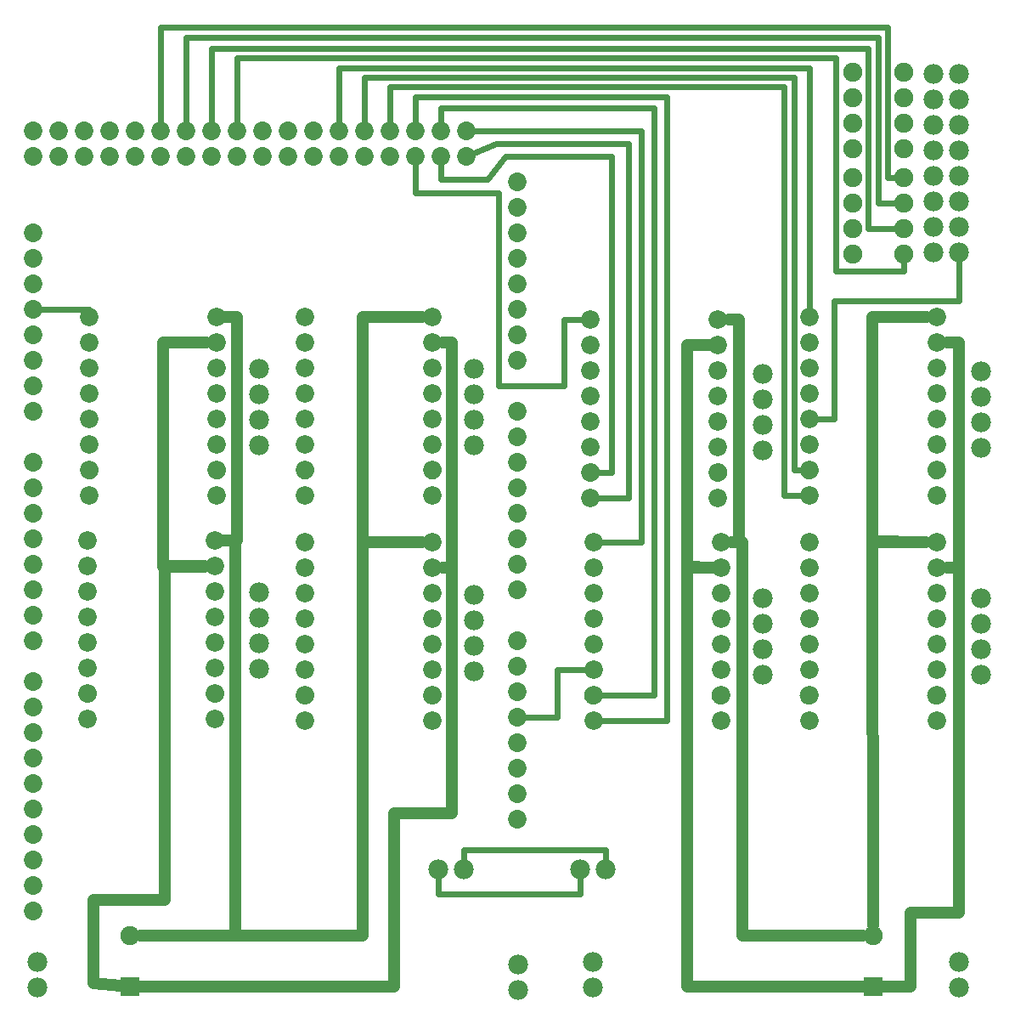
<source format=gbl>
G04 MADE WITH FRITZING*
G04 WWW.FRITZING.ORG*
G04 DOUBLE SIDED*
G04 HOLES PLATED*
G04 CONTOUR ON CENTER OF CONTOUR VECTOR*
%ASAXBY*%
%FSLAX23Y23*%
%MOIN*%
%OFA0B0*%
%SFA1.0B1.0*%
%ADD10C,0.072472*%
%ADD11C,0.072445*%
%ADD12C,0.072417*%
%ADD13C,0.072917*%
%ADD14C,0.078000*%
%ADD15C,0.075000*%
%ADD16R,0.075000X0.075000*%
%ADD17C,0.024000*%
%ADD18C,0.048000*%
%ADD19R,0.001000X0.001000*%
%LNCOPPER0*%
G90*
G70*
G54D10*
X3674Y1183D03*
X3174Y1883D03*
X3174Y1783D03*
X3174Y1683D03*
X3174Y1583D03*
X3174Y1483D03*
G54D11*
X3174Y1383D03*
X3174Y1283D03*
G54D10*
X3174Y1183D03*
G54D11*
X3674Y1883D03*
G54D12*
X3674Y1783D03*
G54D11*
X3674Y1683D03*
G54D10*
X3674Y1583D03*
G54D11*
X3674Y1483D03*
G54D12*
X3674Y1383D03*
X3674Y1283D03*
G54D10*
X3675Y2067D03*
X3175Y2767D03*
X3175Y2667D03*
X3175Y2567D03*
X3175Y2467D03*
X3175Y2367D03*
G54D11*
X3175Y2267D03*
X3175Y2167D03*
G54D10*
X3175Y2067D03*
G54D11*
X3675Y2767D03*
G54D12*
X3675Y2667D03*
G54D11*
X3675Y2567D03*
G54D10*
X3675Y2467D03*
G54D11*
X3675Y2367D03*
G54D12*
X3675Y2267D03*
X3675Y2167D03*
G54D10*
X2817Y2057D03*
X2317Y2757D03*
X2317Y2657D03*
X2317Y2557D03*
X2317Y2457D03*
X2317Y2357D03*
G54D11*
X2317Y2257D03*
X2317Y2157D03*
G54D10*
X2317Y2057D03*
G54D11*
X2817Y2757D03*
G54D12*
X2817Y2657D03*
G54D11*
X2817Y2557D03*
G54D10*
X2817Y2457D03*
G54D11*
X2817Y2357D03*
G54D12*
X2817Y2257D03*
X2817Y2157D03*
G54D10*
X2828Y1183D03*
X2328Y1883D03*
X2328Y1783D03*
X2328Y1683D03*
X2328Y1583D03*
X2328Y1483D03*
G54D11*
X2328Y1383D03*
X2328Y1283D03*
G54D10*
X2328Y1183D03*
G54D11*
X2828Y1883D03*
G54D12*
X2828Y1783D03*
G54D11*
X2828Y1683D03*
G54D10*
X2828Y1583D03*
G54D11*
X2828Y1483D03*
G54D12*
X2828Y1383D03*
X2828Y1283D03*
G54D10*
X843Y1190D03*
X343Y1890D03*
X343Y1790D03*
X343Y1690D03*
X343Y1590D03*
X343Y1490D03*
G54D11*
X343Y1390D03*
X343Y1290D03*
G54D10*
X343Y1190D03*
G54D11*
X843Y1890D03*
G54D12*
X843Y1790D03*
G54D11*
X843Y1690D03*
G54D10*
X843Y1590D03*
G54D11*
X843Y1490D03*
G54D12*
X843Y1390D03*
X843Y1290D03*
G54D10*
X1696Y2067D03*
X1196Y2767D03*
X1196Y2667D03*
X1196Y2567D03*
X1196Y2467D03*
X1196Y2367D03*
G54D11*
X1196Y2267D03*
X1196Y2167D03*
G54D10*
X1196Y2067D03*
G54D11*
X1696Y2767D03*
G54D12*
X1696Y2667D03*
G54D11*
X1696Y2567D03*
G54D10*
X1696Y2467D03*
G54D11*
X1696Y2367D03*
G54D12*
X1696Y2267D03*
X1696Y2167D03*
G54D10*
X1696Y1183D03*
X1196Y1883D03*
X1196Y1783D03*
X1196Y1683D03*
X1196Y1583D03*
X1196Y1483D03*
G54D11*
X1196Y1383D03*
X1196Y1283D03*
G54D10*
X1196Y1183D03*
G54D11*
X1696Y1883D03*
G54D12*
X1696Y1783D03*
G54D11*
X1696Y1683D03*
G54D10*
X1696Y1583D03*
G54D11*
X1696Y1483D03*
G54D12*
X1696Y1383D03*
X1696Y1283D03*
G54D10*
X850Y2067D03*
X350Y2767D03*
X350Y2667D03*
X350Y2567D03*
X350Y2467D03*
X350Y2367D03*
G54D11*
X350Y2267D03*
X350Y2167D03*
G54D10*
X350Y2067D03*
G54D11*
X850Y2767D03*
G54D12*
X850Y2667D03*
G54D11*
X850Y2567D03*
G54D10*
X850Y2467D03*
G54D11*
X850Y2367D03*
G54D12*
X850Y2267D03*
X850Y2167D03*
G54D13*
X2030Y2698D03*
X2030Y1098D03*
X2030Y2798D03*
X2030Y2898D03*
X2030Y2998D03*
X2030Y3098D03*
X630Y3398D03*
X2030Y3198D03*
X2030Y3298D03*
X130Y1138D03*
X2030Y1698D03*
X2030Y1798D03*
X2030Y1898D03*
X2030Y1998D03*
X1430Y3398D03*
X2030Y2098D03*
X2030Y2198D03*
X2030Y2298D03*
X2030Y2398D03*
X130Y1898D03*
X230Y3398D03*
X1030Y3398D03*
X1830Y3398D03*
X130Y738D03*
X2030Y1498D03*
X130Y1498D03*
X430Y3398D03*
X830Y3398D03*
X1230Y3398D03*
X130Y3098D03*
X1630Y3398D03*
X130Y2998D03*
X130Y2898D03*
X130Y2798D03*
X130Y2698D03*
X130Y2598D03*
X130Y2498D03*
X130Y2398D03*
X130Y538D03*
X130Y938D03*
X130Y1338D03*
X2030Y898D03*
X2030Y1298D03*
X130Y2098D03*
X130Y1698D03*
X130Y3398D03*
X330Y3398D03*
X530Y3398D03*
X730Y3398D03*
X930Y3398D03*
X1130Y3398D03*
X1330Y3398D03*
X1530Y3398D03*
X1730Y3398D03*
X130Y438D03*
X130Y638D03*
X130Y838D03*
X130Y1038D03*
X130Y1238D03*
X2030Y798D03*
X2030Y998D03*
X2030Y1198D03*
X2030Y1398D03*
X130Y2198D03*
X130Y1998D03*
X130Y1798D03*
X130Y1598D03*
X130Y3498D03*
X230Y3498D03*
X330Y3498D03*
X430Y3498D03*
X530Y3498D03*
X630Y3498D03*
X730Y3498D03*
X830Y3498D03*
X930Y3498D03*
X1030Y3498D03*
X1130Y3498D03*
X1230Y3498D03*
X1330Y3498D03*
X1430Y3498D03*
X1530Y3498D03*
X1630Y3498D03*
X1730Y3498D03*
X1830Y3498D03*
X2030Y2598D03*
G54D14*
X3761Y3022D03*
X3761Y3122D03*
X3761Y3222D03*
X3761Y3322D03*
X3761Y3422D03*
X3761Y3522D03*
X3761Y3622D03*
X3761Y3722D03*
X3761Y3022D03*
X3761Y3122D03*
X3761Y3222D03*
X3761Y3322D03*
X3761Y3422D03*
X3761Y3522D03*
X3761Y3622D03*
X3761Y3722D03*
X3661Y3722D03*
X3661Y3622D03*
X3661Y3522D03*
X3661Y3422D03*
X3661Y3322D03*
X3661Y3222D03*
X3661Y3122D03*
X3661Y3022D03*
X2032Y229D03*
X2032Y129D03*
X2326Y236D03*
X2326Y136D03*
X146Y136D03*
X146Y236D03*
X3763Y136D03*
X3763Y236D03*
G54D15*
X3426Y140D03*
X3426Y340D03*
X510Y140D03*
X510Y340D03*
G54D14*
X3848Y2554D03*
X3848Y2454D03*
X3848Y2354D03*
X3848Y2254D03*
X3848Y1665D03*
X3848Y1565D03*
X3848Y1465D03*
X3848Y1365D03*
X2993Y2543D03*
X2993Y2443D03*
X2993Y2343D03*
X2993Y2243D03*
X2993Y1665D03*
X2993Y1565D03*
X2993Y1465D03*
X2993Y1365D03*
X1859Y1677D03*
X1859Y1577D03*
X1859Y1477D03*
X1859Y1377D03*
X1015Y1688D03*
X1015Y1588D03*
X1015Y1488D03*
X1015Y1388D03*
X1859Y2565D03*
X1859Y2465D03*
X1859Y2365D03*
X1859Y2265D03*
X1015Y2565D03*
X1015Y2465D03*
X1015Y2365D03*
X1015Y2265D03*
X2376Y600D03*
X2276Y600D03*
X1820Y600D03*
X1720Y600D03*
G54D15*
X3344Y3215D03*
X3544Y3215D03*
X3344Y3115D03*
X3544Y3115D03*
X3344Y3015D03*
X3544Y3015D03*
X3344Y3315D03*
X3544Y3315D03*
X3344Y3726D03*
X3544Y3726D03*
X3344Y3626D03*
X3544Y3626D03*
X3344Y3426D03*
X3544Y3426D03*
X3344Y3526D03*
X3544Y3526D03*
G54D16*
X3426Y140D03*
X510Y140D03*
G54D17*
X2376Y630D02*
X2376Y676D01*
D02*
X2376Y676D02*
X1820Y676D01*
D02*
X1820Y676D02*
X1820Y630D01*
D02*
X2276Y504D02*
X1720Y504D01*
D02*
X1720Y504D02*
X1720Y570D01*
D02*
X2276Y570D02*
X2276Y504D01*
D02*
X2185Y1198D02*
X2060Y1198D01*
D02*
X2185Y1383D02*
X2185Y1198D01*
D02*
X2298Y1383D02*
X2185Y1383D01*
G54D18*
D02*
X471Y144D02*
X367Y154D01*
D02*
X644Y481D02*
X644Y1790D01*
D02*
X367Y481D02*
X644Y481D01*
D02*
X367Y154D02*
X367Y481D01*
D02*
X644Y1790D02*
X802Y1790D01*
D02*
X1772Y820D02*
X1772Y1787D01*
D02*
X1544Y820D02*
X1772Y820D01*
D02*
X1772Y1787D02*
X1737Y1785D01*
D02*
X1544Y140D02*
X1544Y820D01*
D02*
X550Y140D02*
X1544Y140D01*
D02*
X2694Y1783D02*
X2786Y1783D01*
D02*
X2694Y140D02*
X2694Y1783D01*
D02*
X3387Y140D02*
X2694Y140D01*
D02*
X3426Y380D02*
X3422Y1883D01*
D02*
X3422Y1883D02*
X3633Y1883D01*
D02*
X3422Y1887D02*
X3422Y2767D01*
D02*
X3422Y2767D02*
X3634Y2767D01*
D02*
X3633Y1884D02*
X3422Y1887D01*
D02*
X3572Y431D02*
X3761Y431D01*
D02*
X3761Y431D02*
X3761Y1783D01*
D02*
X3572Y140D02*
X3572Y431D01*
D02*
X3761Y1783D02*
X3715Y1783D01*
D02*
X3466Y140D02*
X3572Y140D01*
D02*
X3761Y1783D02*
X3761Y2667D01*
D02*
X3761Y2667D02*
X3716Y2667D01*
D02*
X3715Y1783D02*
X3761Y1783D01*
D02*
X2911Y340D02*
X2911Y1883D01*
D02*
X3387Y340D02*
X2911Y340D01*
D02*
X2911Y1883D02*
X2869Y1883D01*
D02*
X2900Y2757D02*
X2858Y2757D01*
D02*
X2900Y1883D02*
X2900Y2757D01*
D02*
X2869Y1883D02*
X2900Y1883D01*
D02*
X639Y1787D02*
X639Y2667D01*
D02*
X639Y2667D02*
X809Y2667D01*
D02*
X802Y1789D02*
X639Y1787D01*
D02*
X550Y340D02*
X922Y340D01*
D02*
X922Y1890D02*
X884Y1890D01*
D02*
X922Y340D02*
X922Y1890D01*
D02*
X928Y1890D02*
X928Y2767D01*
D02*
X928Y2767D02*
X880Y2767D01*
D02*
X873Y1890D02*
X928Y1890D01*
D02*
X1737Y1783D02*
X1772Y1783D01*
D02*
X1772Y1783D02*
X1772Y2667D01*
D02*
X1772Y2667D02*
X1737Y2667D01*
D02*
X2798Y1784D02*
X2694Y1787D01*
D02*
X2694Y1787D02*
X2694Y2657D01*
D02*
X2694Y2657D02*
X2787Y2657D01*
D02*
X1422Y340D02*
X1422Y1883D01*
D02*
X1422Y1883D02*
X1655Y1883D01*
D02*
X550Y340D02*
X1422Y340D01*
D02*
X1422Y1883D02*
X1422Y2767D01*
D02*
X1655Y1883D02*
X1422Y1883D01*
D02*
X1422Y2767D02*
X1655Y2767D01*
G54D17*
D02*
X3761Y2831D02*
X3272Y2831D01*
D02*
X3272Y2831D02*
X3272Y2367D01*
D02*
X3761Y2992D02*
X3761Y2831D01*
D02*
X3272Y2367D02*
X3205Y2367D01*
D02*
X630Y3904D02*
X3482Y3904D01*
D02*
X3482Y3904D02*
X3482Y3315D01*
D02*
X3482Y3315D02*
X3516Y3315D01*
D02*
X630Y3529D02*
X630Y3904D01*
D02*
X3444Y3215D02*
X3444Y3864D01*
D02*
X3444Y3864D02*
X730Y3864D01*
D02*
X3516Y3215D02*
X3444Y3215D01*
D02*
X730Y3864D02*
X730Y3529D01*
D02*
X3407Y3115D02*
X3407Y3822D01*
D02*
X3407Y3822D02*
X830Y3822D01*
D02*
X3516Y3115D02*
X3407Y3115D01*
D02*
X830Y3822D02*
X830Y3529D01*
D02*
X930Y3785D02*
X930Y3529D01*
D02*
X3278Y3785D02*
X930Y3785D01*
D02*
X3278Y2948D02*
X3278Y3785D01*
D02*
X3544Y2948D02*
X3278Y2948D01*
D02*
X3544Y2986D02*
X3544Y2948D01*
D02*
X3175Y3744D02*
X1330Y3744D01*
D02*
X1330Y3744D02*
X1330Y3529D01*
D02*
X3175Y2797D02*
X3175Y3744D01*
D02*
X3115Y2167D02*
X3115Y3709D01*
D02*
X3115Y3709D02*
X1430Y3709D01*
D02*
X1430Y3709D02*
X1430Y3529D01*
D02*
X3145Y2167D02*
X3115Y2167D01*
D02*
X3074Y2067D02*
X3074Y3670D01*
D02*
X3074Y3670D02*
X1530Y3670D01*
D02*
X3145Y2067D02*
X3074Y2067D01*
D02*
X1530Y3670D02*
X1530Y3529D01*
D02*
X2617Y1183D02*
X2617Y3631D01*
D02*
X2617Y3631D02*
X1630Y3631D01*
D02*
X2357Y1183D02*
X2617Y1183D01*
D02*
X1630Y3631D02*
X1630Y3529D01*
D02*
X2567Y1283D02*
X2567Y3587D01*
D02*
X2567Y3587D02*
X1730Y3587D01*
D02*
X1730Y3587D02*
X1730Y3529D01*
D02*
X2357Y1283D02*
X2567Y1283D01*
D02*
X2517Y3498D02*
X1860Y3498D01*
D02*
X2517Y1883D02*
X2517Y3498D01*
D02*
X2357Y1883D02*
X2517Y1883D01*
D02*
X2467Y2057D02*
X2347Y2057D01*
D02*
X2467Y3448D02*
X2467Y2057D01*
D02*
X1944Y3448D02*
X2467Y3448D01*
D02*
X1858Y3410D02*
X1944Y3448D01*
D02*
X2400Y2157D02*
X2400Y3398D01*
D02*
X1983Y3398D02*
X1911Y3309D01*
D02*
X2400Y3398D02*
X1983Y3398D01*
D02*
X2347Y2157D02*
X2400Y2157D01*
D02*
X1911Y3309D02*
X1730Y3309D01*
D02*
X1730Y3309D02*
X1730Y3368D01*
D02*
X2211Y2757D02*
X2287Y2757D01*
D02*
X2211Y2498D02*
X2211Y2757D01*
D02*
X1956Y2498D02*
X2211Y2498D01*
D02*
X1630Y3254D02*
X1956Y3254D01*
D02*
X1630Y3368D02*
X1630Y3254D01*
D02*
X1956Y3254D02*
X1956Y2498D01*
D02*
X350Y2797D02*
X350Y2798D01*
D02*
X350Y2798D02*
X160Y2798D01*
G54D19*
X346Y2203D02*
X353Y2203D01*
X846Y2203D02*
X853Y2203D01*
X1192Y2203D02*
X1199Y2203D01*
X1692Y2203D02*
X1699Y2203D01*
X3171Y2203D02*
X3179Y2203D01*
X3671Y2203D02*
X3678Y2203D01*
X341Y2202D02*
X358Y2202D01*
X841Y2202D02*
X858Y2202D01*
X1187Y2202D02*
X1204Y2202D01*
X1687Y2202D02*
X1704Y2202D01*
X3166Y2202D02*
X3183Y2202D01*
X3666Y2202D02*
X3683Y2202D01*
X338Y2201D02*
X361Y2201D01*
X838Y2201D02*
X861Y2201D01*
X1184Y2201D02*
X1207Y2201D01*
X1684Y2201D02*
X1707Y2201D01*
X3163Y2201D02*
X3187Y2201D01*
X3663Y2201D02*
X3687Y2201D01*
X335Y2200D02*
X363Y2200D01*
X835Y2200D02*
X863Y2200D01*
X1181Y2200D02*
X1210Y2200D01*
X1681Y2200D02*
X1710Y2200D01*
X3161Y2200D02*
X3189Y2200D01*
X3661Y2200D02*
X3689Y2200D01*
X333Y2199D02*
X365Y2199D01*
X833Y2199D02*
X865Y2199D01*
X1179Y2199D02*
X1212Y2199D01*
X1679Y2199D02*
X1712Y2199D01*
X3159Y2199D02*
X3191Y2199D01*
X3659Y2199D02*
X3691Y2199D01*
X331Y2198D02*
X367Y2198D01*
X831Y2198D02*
X867Y2198D01*
X1177Y2198D02*
X1213Y2198D01*
X1677Y2198D02*
X1713Y2198D01*
X3157Y2198D02*
X3193Y2198D01*
X3657Y2198D02*
X3693Y2198D01*
X329Y2197D02*
X369Y2197D01*
X829Y2197D02*
X869Y2197D01*
X1176Y2197D02*
X1215Y2197D01*
X1676Y2197D02*
X1715Y2197D01*
X3155Y2197D02*
X3195Y2197D01*
X3655Y2197D02*
X3695Y2197D01*
X328Y2196D02*
X370Y2196D01*
X828Y2196D02*
X870Y2196D01*
X1174Y2196D02*
X1217Y2196D01*
X1674Y2196D02*
X1717Y2196D01*
X3154Y2196D02*
X3196Y2196D01*
X3654Y2196D02*
X3696Y2196D01*
X327Y2195D02*
X372Y2195D01*
X827Y2195D02*
X872Y2195D01*
X1173Y2195D02*
X1218Y2195D01*
X1673Y2195D02*
X1718Y2195D01*
X3152Y2195D02*
X3197Y2195D01*
X3652Y2195D02*
X3697Y2195D01*
X326Y2194D02*
X373Y2194D01*
X826Y2194D02*
X873Y2194D01*
X1172Y2194D02*
X1219Y2194D01*
X1672Y2194D02*
X1719Y2194D01*
X3151Y2194D02*
X3199Y2194D01*
X3651Y2194D02*
X3699Y2194D01*
X324Y2193D02*
X374Y2193D01*
X824Y2193D02*
X874Y2193D01*
X1171Y2193D02*
X1220Y2193D01*
X1671Y2193D02*
X1720Y2193D01*
X2310Y2193D02*
X2324Y2193D01*
X2810Y2193D02*
X2824Y2193D01*
X3150Y2193D02*
X3200Y2193D01*
X3650Y2193D02*
X3700Y2193D01*
X323Y2192D02*
X375Y2192D01*
X823Y2192D02*
X875Y2192D01*
X1170Y2192D02*
X1221Y2192D01*
X1670Y2192D02*
X1721Y2192D01*
X2306Y2192D02*
X2327Y2192D01*
X2806Y2192D02*
X2827Y2192D01*
X3149Y2192D02*
X3201Y2192D01*
X3649Y2192D02*
X3701Y2192D01*
X323Y2191D02*
X376Y2191D01*
X823Y2191D02*
X876Y2191D01*
X1169Y2191D02*
X1222Y2191D01*
X1669Y2191D02*
X1722Y2191D01*
X2303Y2191D02*
X2330Y2191D01*
X2804Y2191D02*
X2830Y2191D01*
X3148Y2191D02*
X3201Y2191D01*
X3648Y2191D02*
X3701Y2191D01*
X322Y2190D02*
X377Y2190D01*
X822Y2190D02*
X877Y2190D01*
X1168Y2190D02*
X1223Y2190D01*
X1668Y2190D02*
X1723Y2190D01*
X2301Y2190D02*
X2332Y2190D01*
X2801Y2190D02*
X2832Y2190D01*
X3147Y2190D02*
X3202Y2190D01*
X3647Y2190D02*
X3702Y2190D01*
X321Y2189D02*
X377Y2189D01*
X821Y2189D02*
X877Y2189D01*
X1167Y2189D02*
X1224Y2189D01*
X1667Y2189D02*
X1724Y2189D01*
X2299Y2189D02*
X2334Y2189D01*
X2799Y2189D02*
X2834Y2189D01*
X3147Y2189D02*
X3203Y2189D01*
X3647Y2189D02*
X3703Y2189D01*
X320Y2188D02*
X378Y2188D01*
X820Y2188D02*
X878Y2188D01*
X1166Y2188D02*
X1224Y2188D01*
X1666Y2188D02*
X1724Y2188D01*
X2298Y2188D02*
X2336Y2188D01*
X2798Y2188D02*
X2836Y2188D01*
X3146Y2188D02*
X3204Y2188D01*
X3646Y2188D02*
X3704Y2188D01*
X320Y2187D02*
X379Y2187D01*
X820Y2187D02*
X879Y2187D01*
X1166Y2187D02*
X1225Y2187D01*
X1666Y2187D02*
X1725Y2187D01*
X2296Y2187D02*
X2337Y2187D01*
X2796Y2187D02*
X2837Y2187D01*
X3145Y2187D02*
X3204Y2187D01*
X3645Y2187D02*
X3704Y2187D01*
X319Y2186D02*
X379Y2186D01*
X819Y2186D02*
X879Y2186D01*
X1165Y2186D02*
X1226Y2186D01*
X1665Y2186D02*
X1726Y2186D01*
X2295Y2186D02*
X2339Y2186D01*
X2795Y2186D02*
X2839Y2186D01*
X3145Y2186D02*
X3205Y2186D01*
X3645Y2186D02*
X3705Y2186D01*
X318Y2185D02*
X343Y2185D01*
X356Y2185D02*
X380Y2185D01*
X818Y2185D02*
X843Y2185D01*
X856Y2185D02*
X880Y2185D01*
X1165Y2185D02*
X1189Y2185D01*
X1202Y2185D02*
X1226Y2185D01*
X1665Y2185D02*
X1689Y2185D01*
X1702Y2185D02*
X1726Y2185D01*
X2294Y2185D02*
X2340Y2185D01*
X2794Y2185D02*
X2840Y2185D01*
X3144Y2185D02*
X3168Y2185D01*
X3181Y2185D02*
X3206Y2185D01*
X3644Y2185D02*
X3668Y2185D01*
X3681Y2185D02*
X3706Y2185D01*
X318Y2184D02*
X340Y2184D01*
X358Y2184D02*
X381Y2184D01*
X818Y2184D02*
X840Y2184D01*
X858Y2184D02*
X881Y2184D01*
X1164Y2184D02*
X1186Y2184D01*
X1204Y2184D02*
X1227Y2184D01*
X1664Y2184D02*
X1686Y2184D01*
X1704Y2184D02*
X1727Y2184D01*
X2292Y2184D02*
X2341Y2184D01*
X2792Y2184D02*
X2841Y2184D01*
X3143Y2184D02*
X3166Y2184D01*
X3184Y2184D02*
X3206Y2184D01*
X3643Y2184D02*
X3666Y2184D01*
X3684Y2184D02*
X3706Y2184D01*
X317Y2183D02*
X338Y2183D01*
X360Y2183D02*
X381Y2183D01*
X817Y2183D02*
X838Y2183D01*
X860Y2183D02*
X881Y2183D01*
X1164Y2183D02*
X1185Y2183D01*
X1206Y2183D02*
X1227Y2183D01*
X1664Y2183D02*
X1685Y2183D01*
X1706Y2183D02*
X1727Y2183D01*
X2291Y2183D02*
X2342Y2183D01*
X2791Y2183D02*
X2842Y2183D01*
X3143Y2183D02*
X3164Y2183D01*
X3186Y2183D02*
X3207Y2183D01*
X3643Y2183D02*
X3664Y2183D01*
X3686Y2183D02*
X3707Y2183D01*
X317Y2182D02*
X337Y2182D01*
X361Y2182D02*
X382Y2182D01*
X817Y2182D02*
X837Y2182D01*
X861Y2182D02*
X882Y2182D01*
X1163Y2182D02*
X1183Y2182D01*
X1207Y2182D02*
X1228Y2182D01*
X1663Y2182D02*
X1683Y2182D01*
X1707Y2182D02*
X1728Y2182D01*
X2290Y2182D02*
X2343Y2182D01*
X2790Y2182D02*
X2843Y2182D01*
X3143Y2182D02*
X3163Y2182D01*
X3187Y2182D02*
X3207Y2182D01*
X3643Y2182D02*
X3663Y2182D01*
X3687Y2182D02*
X3707Y2182D01*
X316Y2181D02*
X336Y2181D01*
X362Y2181D02*
X382Y2181D01*
X816Y2181D02*
X836Y2181D01*
X862Y2181D02*
X882Y2181D01*
X1163Y2181D02*
X1182Y2181D01*
X1209Y2181D02*
X1228Y2181D01*
X1663Y2181D02*
X1682Y2181D01*
X1709Y2181D02*
X1728Y2181D01*
X2290Y2181D02*
X2344Y2181D01*
X2790Y2181D02*
X2844Y2181D01*
X3142Y2181D02*
X3162Y2181D01*
X3188Y2181D02*
X3208Y2181D01*
X3642Y2181D02*
X3662Y2181D01*
X3688Y2181D02*
X3708Y2181D01*
X316Y2180D02*
X335Y2180D01*
X363Y2180D02*
X382Y2180D01*
X816Y2180D02*
X835Y2180D01*
X863Y2180D02*
X882Y2180D01*
X1162Y2180D02*
X1181Y2180D01*
X1210Y2180D02*
X1229Y2180D01*
X1662Y2180D02*
X1681Y2180D01*
X1710Y2180D02*
X1729Y2180D01*
X2289Y2180D02*
X2345Y2180D01*
X2789Y2180D02*
X2845Y2180D01*
X3142Y2180D02*
X3161Y2180D01*
X3189Y2180D02*
X3208Y2180D01*
X3642Y2180D02*
X3661Y2180D01*
X3689Y2180D02*
X3708Y2180D01*
X316Y2179D02*
X334Y2179D01*
X364Y2179D02*
X383Y2179D01*
X816Y2179D02*
X834Y2179D01*
X864Y2179D02*
X883Y2179D01*
X1162Y2179D02*
X1180Y2179D01*
X1210Y2179D02*
X1229Y2179D01*
X1662Y2179D02*
X1680Y2179D01*
X1710Y2179D02*
X1729Y2179D01*
X2288Y2179D02*
X2345Y2179D01*
X2788Y2179D02*
X2845Y2179D01*
X3141Y2179D02*
X3160Y2179D01*
X3190Y2179D02*
X3208Y2179D01*
X3641Y2179D02*
X3660Y2179D01*
X3690Y2179D02*
X3708Y2179D01*
X315Y2178D02*
X333Y2178D01*
X365Y2178D02*
X383Y2178D01*
X815Y2178D02*
X833Y2178D01*
X865Y2178D02*
X883Y2178D01*
X1161Y2178D02*
X1179Y2178D01*
X1211Y2178D02*
X1229Y2178D01*
X1661Y2178D02*
X1679Y2178D01*
X1711Y2178D02*
X1729Y2178D01*
X2287Y2178D02*
X2346Y2178D01*
X2787Y2178D02*
X2846Y2178D01*
X3141Y2178D02*
X3159Y2178D01*
X3191Y2178D02*
X3209Y2178D01*
X3641Y2178D02*
X3659Y2178D01*
X3691Y2178D02*
X3709Y2178D01*
X315Y2177D02*
X333Y2177D01*
X366Y2177D02*
X383Y2177D01*
X815Y2177D02*
X833Y2177D01*
X866Y2177D02*
X883Y2177D01*
X1161Y2177D02*
X1179Y2177D01*
X1212Y2177D02*
X1230Y2177D01*
X1661Y2177D02*
X1679Y2177D01*
X1712Y2177D02*
X1730Y2177D01*
X2287Y2177D02*
X2347Y2177D01*
X2787Y2177D02*
X2847Y2177D01*
X3141Y2177D02*
X3158Y2177D01*
X3191Y2177D02*
X3209Y2177D01*
X3641Y2177D02*
X3658Y2177D01*
X3691Y2177D02*
X3709Y2177D01*
X315Y2176D02*
X332Y2176D01*
X366Y2176D02*
X384Y2176D01*
X815Y2176D02*
X832Y2176D01*
X866Y2176D02*
X884Y2176D01*
X1161Y2176D02*
X1178Y2176D01*
X1213Y2176D02*
X1230Y2176D01*
X1661Y2176D02*
X1678Y2176D01*
X1713Y2176D02*
X1730Y2176D01*
X2286Y2176D02*
X2312Y2176D01*
X2322Y2176D02*
X2347Y2176D01*
X2786Y2176D02*
X2812Y2176D01*
X2822Y2176D02*
X2847Y2176D01*
X3140Y2176D02*
X3158Y2176D01*
X3192Y2176D02*
X3209Y2176D01*
X3640Y2176D02*
X3658Y2176D01*
X3692Y2176D02*
X3709Y2176D01*
X314Y2175D02*
X331Y2175D01*
X367Y2175D02*
X384Y2175D01*
X814Y2175D02*
X831Y2175D01*
X867Y2175D02*
X884Y2175D01*
X1161Y2175D02*
X1178Y2175D01*
X1213Y2175D02*
X1230Y2175D01*
X1661Y2175D02*
X1678Y2175D01*
X1713Y2175D02*
X1730Y2175D01*
X2286Y2175D02*
X2308Y2175D01*
X2325Y2175D02*
X2348Y2175D01*
X2786Y2175D02*
X2808Y2175D01*
X2825Y2175D02*
X2848Y2175D01*
X3140Y2175D02*
X3157Y2175D01*
X3193Y2175D02*
X3210Y2175D01*
X3640Y2175D02*
X3657Y2175D01*
X3693Y2175D02*
X3710Y2175D01*
X314Y2174D02*
X331Y2174D01*
X367Y2174D02*
X384Y2174D01*
X814Y2174D02*
X831Y2174D01*
X867Y2174D02*
X884Y2174D01*
X1160Y2174D02*
X1177Y2174D01*
X1214Y2174D02*
X1230Y2174D01*
X1660Y2174D02*
X1677Y2174D01*
X1714Y2174D02*
X1730Y2174D01*
X2285Y2174D02*
X2307Y2174D01*
X2327Y2174D02*
X2348Y2174D01*
X2785Y2174D02*
X2807Y2174D01*
X2827Y2174D02*
X2848Y2174D01*
X3140Y2174D02*
X3157Y2174D01*
X3193Y2174D02*
X3210Y2174D01*
X3640Y2174D02*
X3657Y2174D01*
X3693Y2174D02*
X3710Y2174D01*
X314Y2173D02*
X331Y2173D01*
X368Y2173D02*
X384Y2173D01*
X814Y2173D02*
X831Y2173D01*
X868Y2173D02*
X884Y2173D01*
X1160Y2173D02*
X1177Y2173D01*
X1214Y2173D02*
X1231Y2173D01*
X1660Y2173D02*
X1677Y2173D01*
X1714Y2173D02*
X1731Y2173D01*
X2285Y2173D02*
X2305Y2173D01*
X2328Y2173D02*
X2349Y2173D01*
X2785Y2173D02*
X2805Y2173D01*
X2828Y2173D02*
X2849Y2173D01*
X3140Y2173D02*
X3156Y2173D01*
X3193Y2173D02*
X3210Y2173D01*
X3640Y2173D02*
X3656Y2173D01*
X3693Y2173D02*
X3710Y2173D01*
X314Y2172D02*
X330Y2172D01*
X368Y2172D02*
X385Y2172D01*
X814Y2172D02*
X830Y2172D01*
X868Y2172D02*
X885Y2172D01*
X1160Y2172D02*
X1177Y2172D01*
X1214Y2172D02*
X1231Y2172D01*
X1660Y2172D02*
X1677Y2172D01*
X1714Y2172D02*
X1731Y2172D01*
X2284Y2172D02*
X2304Y2172D01*
X2329Y2172D02*
X2349Y2172D01*
X2784Y2172D02*
X2804Y2172D01*
X2829Y2172D02*
X2849Y2172D01*
X3140Y2172D02*
X3156Y2172D01*
X3194Y2172D02*
X3210Y2172D01*
X3640Y2172D02*
X3656Y2172D01*
X3694Y2172D02*
X3710Y2172D01*
X314Y2171D02*
X330Y2171D01*
X368Y2171D02*
X385Y2171D01*
X814Y2171D02*
X830Y2171D01*
X868Y2171D02*
X885Y2171D01*
X1160Y2171D02*
X1176Y2171D01*
X1214Y2171D02*
X1231Y2171D01*
X1660Y2171D02*
X1676Y2171D01*
X1714Y2171D02*
X1731Y2171D01*
X2284Y2171D02*
X2303Y2171D01*
X2331Y2171D02*
X2350Y2171D01*
X2784Y2171D02*
X2803Y2171D01*
X2831Y2171D02*
X2850Y2171D01*
X3139Y2171D02*
X3156Y2171D01*
X3194Y2171D02*
X3210Y2171D01*
X3639Y2171D02*
X3656Y2171D01*
X3694Y2171D02*
X3710Y2171D01*
X314Y2170D02*
X330Y2170D01*
X368Y2170D02*
X385Y2170D01*
X814Y2170D02*
X830Y2170D01*
X868Y2170D02*
X885Y2170D01*
X1160Y2170D02*
X1176Y2170D01*
X1215Y2170D02*
X1231Y2170D01*
X1660Y2170D02*
X1676Y2170D01*
X1715Y2170D02*
X1731Y2170D01*
X2283Y2170D02*
X2302Y2170D01*
X2331Y2170D02*
X2350Y2170D01*
X2783Y2170D02*
X2802Y2170D01*
X2831Y2170D02*
X2850Y2170D01*
X3139Y2170D02*
X3156Y2170D01*
X3194Y2170D02*
X3210Y2170D01*
X3639Y2170D02*
X3656Y2170D01*
X3694Y2170D02*
X3710Y2170D01*
X314Y2169D02*
X330Y2169D01*
X368Y2169D02*
X385Y2169D01*
X814Y2169D02*
X830Y2169D01*
X868Y2169D02*
X885Y2169D01*
X1160Y2169D02*
X1176Y2169D01*
X1215Y2169D02*
X1231Y2169D01*
X1660Y2169D02*
X1676Y2169D01*
X1715Y2169D02*
X1731Y2169D01*
X2283Y2169D02*
X2301Y2169D01*
X2332Y2169D02*
X2350Y2169D01*
X2783Y2169D02*
X2801Y2169D01*
X2832Y2169D02*
X2850Y2169D01*
X3139Y2169D02*
X3156Y2169D01*
X3194Y2169D02*
X3210Y2169D01*
X3639Y2169D02*
X3656Y2169D01*
X3694Y2169D02*
X3710Y2169D01*
X314Y2168D02*
X330Y2168D01*
X369Y2168D02*
X385Y2168D01*
X814Y2168D02*
X830Y2168D01*
X869Y2168D02*
X885Y2168D01*
X1160Y2168D02*
X1176Y2168D01*
X1215Y2168D02*
X1231Y2168D01*
X1660Y2168D02*
X1676Y2168D01*
X1715Y2168D02*
X1731Y2168D01*
X2283Y2168D02*
X2300Y2168D01*
X2333Y2168D02*
X2351Y2168D01*
X2783Y2168D02*
X2800Y2168D01*
X2833Y2168D02*
X2851Y2168D01*
X3139Y2168D02*
X3156Y2168D01*
X3194Y2168D02*
X3211Y2168D01*
X3639Y2168D02*
X3656Y2168D01*
X3694Y2168D02*
X3711Y2168D01*
X313Y2167D02*
X330Y2167D01*
X369Y2167D02*
X385Y2167D01*
X814Y2167D02*
X830Y2167D01*
X869Y2167D02*
X885Y2167D01*
X1160Y2167D02*
X1176Y2167D01*
X1215Y2167D02*
X1231Y2167D01*
X1660Y2167D02*
X1676Y2167D01*
X1715Y2167D02*
X1731Y2167D01*
X2282Y2167D02*
X2300Y2167D01*
X2334Y2167D02*
X2351Y2167D01*
X2782Y2167D02*
X2800Y2167D01*
X2834Y2167D02*
X2851Y2167D01*
X3139Y2167D02*
X3156Y2167D01*
X3194Y2167D02*
X3211Y2167D01*
X3639Y2167D02*
X3656Y2167D01*
X3694Y2167D02*
X3711Y2167D01*
X314Y2166D02*
X330Y2166D01*
X368Y2166D02*
X385Y2166D01*
X814Y2166D02*
X830Y2166D01*
X868Y2166D02*
X885Y2166D01*
X1160Y2166D02*
X1176Y2166D01*
X1215Y2166D02*
X1231Y2166D01*
X1660Y2166D02*
X1676Y2166D01*
X1715Y2166D02*
X1731Y2166D01*
X2282Y2166D02*
X2299Y2166D01*
X2334Y2166D02*
X2351Y2166D01*
X2782Y2166D02*
X2799Y2166D01*
X2834Y2166D02*
X2851Y2166D01*
X3139Y2166D02*
X3156Y2166D01*
X3194Y2166D02*
X3211Y2166D01*
X3639Y2166D02*
X3656Y2166D01*
X3694Y2166D02*
X3711Y2166D01*
X314Y2165D02*
X330Y2165D01*
X368Y2165D02*
X385Y2165D01*
X814Y2165D02*
X830Y2165D01*
X868Y2165D02*
X885Y2165D01*
X1160Y2165D02*
X1176Y2165D01*
X1215Y2165D02*
X1231Y2165D01*
X1660Y2165D02*
X1676Y2165D01*
X1715Y2165D02*
X1731Y2165D01*
X2282Y2165D02*
X2299Y2165D01*
X2335Y2165D02*
X2352Y2165D01*
X2782Y2165D02*
X2799Y2165D01*
X2835Y2165D02*
X2852Y2165D01*
X3139Y2165D02*
X3156Y2165D01*
X3194Y2165D02*
X3210Y2165D01*
X3639Y2165D02*
X3656Y2165D01*
X3694Y2165D02*
X3710Y2165D01*
X314Y2164D02*
X330Y2164D01*
X368Y2164D02*
X385Y2164D01*
X814Y2164D02*
X830Y2164D01*
X868Y2164D02*
X885Y2164D01*
X1160Y2164D02*
X1176Y2164D01*
X1214Y2164D02*
X1231Y2164D01*
X1660Y2164D02*
X1676Y2164D01*
X1714Y2164D02*
X1731Y2164D01*
X2282Y2164D02*
X2298Y2164D01*
X2335Y2164D02*
X2352Y2164D01*
X2782Y2164D02*
X2798Y2164D01*
X2835Y2164D02*
X2852Y2164D01*
X3139Y2164D02*
X3156Y2164D01*
X3194Y2164D02*
X3210Y2164D01*
X3639Y2164D02*
X3656Y2164D01*
X3694Y2164D02*
X3710Y2164D01*
X314Y2163D02*
X330Y2163D01*
X368Y2163D02*
X385Y2163D01*
X814Y2163D02*
X830Y2163D01*
X868Y2163D02*
X885Y2163D01*
X1160Y2163D02*
X1176Y2163D01*
X1214Y2163D02*
X1231Y2163D01*
X1660Y2163D02*
X1676Y2163D01*
X1714Y2163D02*
X1731Y2163D01*
X2281Y2163D02*
X2298Y2163D01*
X2335Y2163D02*
X2352Y2163D01*
X2781Y2163D02*
X2798Y2163D01*
X2835Y2163D02*
X2852Y2163D01*
X3139Y2163D02*
X3156Y2163D01*
X3194Y2163D02*
X3210Y2163D01*
X3639Y2163D02*
X3656Y2163D01*
X3694Y2163D02*
X3710Y2163D01*
X314Y2162D02*
X330Y2162D01*
X368Y2162D02*
X384Y2162D01*
X814Y2162D02*
X831Y2162D01*
X868Y2162D02*
X884Y2162D01*
X1160Y2162D02*
X1177Y2162D01*
X1214Y2162D02*
X1231Y2162D01*
X1660Y2162D02*
X1677Y2162D01*
X1714Y2162D02*
X1731Y2162D01*
X2281Y2162D02*
X2298Y2162D01*
X2336Y2162D02*
X2352Y2162D01*
X2781Y2162D02*
X2798Y2162D01*
X2836Y2162D02*
X2852Y2162D01*
X3140Y2162D02*
X3156Y2162D01*
X3194Y2162D02*
X3210Y2162D01*
X3640Y2162D02*
X3656Y2162D01*
X3694Y2162D02*
X3710Y2162D01*
X314Y2161D02*
X331Y2161D01*
X368Y2161D02*
X384Y2161D01*
X814Y2161D02*
X831Y2161D01*
X868Y2161D02*
X884Y2161D01*
X1160Y2161D02*
X1177Y2161D01*
X1214Y2161D02*
X1230Y2161D01*
X1660Y2161D02*
X1677Y2161D01*
X1714Y2161D02*
X1730Y2161D01*
X2281Y2161D02*
X2298Y2161D01*
X2336Y2161D02*
X2352Y2161D01*
X2781Y2161D02*
X2798Y2161D01*
X2836Y2161D02*
X2852Y2161D01*
X3140Y2161D02*
X3156Y2161D01*
X3193Y2161D02*
X3210Y2161D01*
X3640Y2161D02*
X3656Y2161D01*
X3693Y2161D02*
X3710Y2161D01*
X314Y2160D02*
X331Y2160D01*
X367Y2160D02*
X384Y2160D01*
X814Y2160D02*
X831Y2160D01*
X867Y2160D02*
X884Y2160D01*
X1160Y2160D02*
X1177Y2160D01*
X1213Y2160D02*
X1230Y2160D01*
X1660Y2160D02*
X1677Y2160D01*
X1713Y2160D02*
X1730Y2160D01*
X2281Y2160D02*
X2298Y2160D01*
X2336Y2160D02*
X2352Y2160D01*
X2781Y2160D02*
X2798Y2160D01*
X2836Y2160D02*
X2852Y2160D01*
X3140Y2160D02*
X3157Y2160D01*
X3193Y2160D02*
X3210Y2160D01*
X3640Y2160D02*
X3657Y2160D01*
X3693Y2160D02*
X3710Y2160D01*
X315Y2159D02*
X332Y2159D01*
X367Y2159D02*
X384Y2159D01*
X815Y2159D02*
X832Y2159D01*
X867Y2159D02*
X884Y2159D01*
X1161Y2159D02*
X1178Y2159D01*
X1213Y2159D02*
X1230Y2159D01*
X1661Y2159D02*
X1678Y2159D01*
X1713Y2159D02*
X1730Y2159D01*
X2281Y2159D02*
X2297Y2159D01*
X2336Y2159D02*
X2352Y2159D01*
X2781Y2159D02*
X2797Y2159D01*
X2836Y2159D02*
X2852Y2159D01*
X3140Y2159D02*
X3157Y2159D01*
X3193Y2159D02*
X3210Y2159D01*
X3640Y2159D02*
X3657Y2159D01*
X3693Y2159D02*
X3710Y2159D01*
X315Y2158D02*
X332Y2158D01*
X366Y2158D02*
X384Y2158D01*
X815Y2158D02*
X832Y2158D01*
X866Y2158D02*
X884Y2158D01*
X1161Y2158D02*
X1178Y2158D01*
X1212Y2158D02*
X1230Y2158D01*
X1661Y2158D02*
X1678Y2158D01*
X1712Y2158D02*
X1730Y2158D01*
X2281Y2158D02*
X2297Y2158D01*
X2336Y2158D02*
X2352Y2158D01*
X2781Y2158D02*
X2797Y2158D01*
X2836Y2158D02*
X2852Y2158D01*
X3140Y2158D02*
X3158Y2158D01*
X3192Y2158D02*
X3209Y2158D01*
X3640Y2158D02*
X3658Y2158D01*
X3692Y2158D02*
X3709Y2158D01*
X315Y2157D02*
X333Y2157D01*
X366Y2157D02*
X383Y2157D01*
X815Y2157D02*
X833Y2157D01*
X866Y2157D02*
X883Y2157D01*
X1161Y2157D02*
X1179Y2157D01*
X1212Y2157D02*
X1230Y2157D01*
X1661Y2157D02*
X1679Y2157D01*
X1712Y2157D02*
X1730Y2157D01*
X2281Y2157D02*
X2297Y2157D01*
X2336Y2157D02*
X2352Y2157D01*
X2781Y2157D02*
X2797Y2157D01*
X2836Y2157D02*
X2852Y2157D01*
X3141Y2157D02*
X3158Y2157D01*
X3191Y2157D02*
X3209Y2157D01*
X3641Y2157D02*
X3658Y2157D01*
X3691Y2157D02*
X3709Y2157D01*
X315Y2156D02*
X333Y2156D01*
X365Y2156D02*
X383Y2156D01*
X815Y2156D02*
X833Y2156D01*
X865Y2156D02*
X883Y2156D01*
X1162Y2156D02*
X1180Y2156D01*
X1211Y2156D02*
X1229Y2156D01*
X1662Y2156D02*
X1680Y2156D01*
X1711Y2156D02*
X1729Y2156D01*
X2281Y2156D02*
X2297Y2156D01*
X2336Y2156D02*
X2352Y2156D01*
X2781Y2156D02*
X2798Y2156D01*
X2836Y2156D02*
X2852Y2156D01*
X3141Y2156D02*
X3159Y2156D01*
X3191Y2156D02*
X3209Y2156D01*
X3641Y2156D02*
X3659Y2156D01*
X3691Y2156D02*
X3709Y2156D01*
X316Y2155D02*
X334Y2155D01*
X364Y2155D02*
X383Y2155D01*
X816Y2155D02*
X834Y2155D01*
X864Y2155D02*
X883Y2155D01*
X1162Y2155D02*
X1180Y2155D01*
X1210Y2155D02*
X1229Y2155D01*
X1662Y2155D02*
X1680Y2155D01*
X1710Y2155D02*
X1729Y2155D01*
X2281Y2155D02*
X2298Y2155D01*
X2336Y2155D02*
X2352Y2155D01*
X2781Y2155D02*
X2798Y2155D01*
X2836Y2155D02*
X2852Y2155D01*
X3141Y2155D02*
X3160Y2155D01*
X3190Y2155D02*
X3208Y2155D01*
X3641Y2155D02*
X3660Y2155D01*
X3690Y2155D02*
X3708Y2155D01*
X316Y2154D02*
X335Y2154D01*
X363Y2154D02*
X382Y2154D01*
X816Y2154D02*
X835Y2154D01*
X863Y2154D02*
X882Y2154D01*
X1162Y2154D02*
X1181Y2154D01*
X1209Y2154D02*
X1228Y2154D01*
X1662Y2154D02*
X1681Y2154D01*
X1709Y2154D02*
X1728Y2154D01*
X2281Y2154D02*
X2298Y2154D01*
X2336Y2154D02*
X2352Y2154D01*
X2781Y2154D02*
X2798Y2154D01*
X2836Y2154D02*
X2852Y2154D01*
X3142Y2154D02*
X3161Y2154D01*
X3189Y2154D02*
X3208Y2154D01*
X3642Y2154D02*
X3661Y2154D01*
X3689Y2154D02*
X3708Y2154D01*
X317Y2153D02*
X336Y2153D01*
X362Y2153D02*
X382Y2153D01*
X817Y2153D02*
X836Y2153D01*
X862Y2153D02*
X882Y2153D01*
X1163Y2153D02*
X1182Y2153D01*
X1208Y2153D02*
X1228Y2153D01*
X1663Y2153D02*
X1682Y2153D01*
X1708Y2153D02*
X1728Y2153D01*
X2281Y2153D02*
X2298Y2153D01*
X2336Y2153D02*
X2352Y2153D01*
X2781Y2153D02*
X2798Y2153D01*
X2836Y2153D02*
X2852Y2153D01*
X3142Y2153D02*
X3162Y2153D01*
X3188Y2153D02*
X3208Y2153D01*
X3642Y2153D02*
X3662Y2153D01*
X3688Y2153D02*
X3708Y2153D01*
X317Y2152D02*
X337Y2152D01*
X361Y2152D02*
X381Y2152D01*
X817Y2152D02*
X837Y2152D01*
X861Y2152D02*
X881Y2152D01*
X1163Y2152D02*
X1184Y2152D01*
X1207Y2152D02*
X1228Y2152D01*
X1663Y2152D02*
X1684Y2152D01*
X1707Y2152D02*
X1728Y2152D01*
X2282Y2152D02*
X2298Y2152D01*
X2335Y2152D02*
X2352Y2152D01*
X2782Y2152D02*
X2798Y2152D01*
X2835Y2152D02*
X2852Y2152D01*
X3143Y2152D02*
X3163Y2152D01*
X3187Y2152D02*
X3207Y2152D01*
X3643Y2152D02*
X3663Y2152D01*
X3687Y2152D02*
X3707Y2152D01*
X317Y2151D02*
X339Y2151D01*
X360Y2151D02*
X381Y2151D01*
X817Y2151D02*
X839Y2151D01*
X860Y2151D02*
X881Y2151D01*
X1164Y2151D02*
X1185Y2151D01*
X1206Y2151D02*
X1227Y2151D01*
X1664Y2151D02*
X1685Y2151D01*
X1706Y2151D02*
X1727Y2151D01*
X2282Y2151D02*
X2298Y2151D01*
X2335Y2151D02*
X2352Y2151D01*
X2782Y2151D02*
X2798Y2151D01*
X2835Y2151D02*
X2852Y2151D01*
X3143Y2151D02*
X3164Y2151D01*
X3185Y2151D02*
X3207Y2151D01*
X3643Y2151D02*
X3664Y2151D01*
X3685Y2151D02*
X3707Y2151D01*
X318Y2150D02*
X341Y2150D01*
X358Y2150D02*
X381Y2150D01*
X818Y2150D02*
X841Y2150D01*
X858Y2150D02*
X881Y2150D01*
X1164Y2150D02*
X1187Y2150D01*
X1204Y2150D02*
X1227Y2150D01*
X1664Y2150D02*
X1687Y2150D01*
X1704Y2150D02*
X1727Y2150D01*
X2282Y2150D02*
X2299Y2150D01*
X2335Y2150D02*
X2352Y2150D01*
X2782Y2150D02*
X2799Y2150D01*
X2835Y2150D02*
X2852Y2150D01*
X3144Y2150D02*
X3166Y2150D01*
X3184Y2150D02*
X3206Y2150D01*
X3644Y2150D02*
X3666Y2150D01*
X3684Y2150D02*
X3706Y2150D01*
X318Y2149D02*
X343Y2149D01*
X355Y2149D02*
X380Y2149D01*
X819Y2149D02*
X843Y2149D01*
X855Y2149D02*
X880Y2149D01*
X1165Y2149D02*
X1189Y2149D01*
X1201Y2149D02*
X1226Y2149D01*
X1665Y2149D02*
X1689Y2149D01*
X1701Y2149D02*
X1726Y2149D01*
X2282Y2149D02*
X2299Y2149D01*
X2334Y2149D02*
X2351Y2149D01*
X2782Y2149D02*
X2799Y2149D01*
X2834Y2149D02*
X2851Y2149D01*
X3144Y2149D02*
X3169Y2149D01*
X3181Y2149D02*
X3206Y2149D01*
X3644Y2149D02*
X3669Y2149D01*
X3681Y2149D02*
X3706Y2149D01*
X319Y2148D02*
X379Y2148D01*
X819Y2148D02*
X879Y2148D01*
X1165Y2148D02*
X1225Y2148D01*
X1665Y2148D02*
X1725Y2148D01*
X2282Y2148D02*
X2300Y2148D01*
X2333Y2148D02*
X2351Y2148D01*
X2782Y2148D02*
X2800Y2148D01*
X2833Y2148D02*
X2851Y2148D01*
X3145Y2148D02*
X3205Y2148D01*
X3645Y2148D02*
X3705Y2148D01*
X320Y2147D02*
X379Y2147D01*
X820Y2147D02*
X879Y2147D01*
X1166Y2147D02*
X1225Y2147D01*
X1666Y2147D02*
X1725Y2147D01*
X2283Y2147D02*
X2301Y2147D01*
X2333Y2147D02*
X2351Y2147D01*
X2783Y2147D02*
X2801Y2147D01*
X2833Y2147D02*
X2851Y2147D01*
X3145Y2147D02*
X3204Y2147D01*
X3645Y2147D02*
X3704Y2147D01*
X320Y2146D02*
X378Y2146D01*
X820Y2146D02*
X878Y2146D01*
X1167Y2146D02*
X1224Y2146D01*
X1667Y2146D02*
X1724Y2146D01*
X2283Y2146D02*
X2301Y2146D01*
X2332Y2146D02*
X2350Y2146D01*
X2783Y2146D02*
X2801Y2146D01*
X2832Y2146D02*
X2850Y2146D01*
X3146Y2146D02*
X3204Y2146D01*
X3646Y2146D02*
X3704Y2146D01*
X321Y2145D02*
X377Y2145D01*
X821Y2145D02*
X877Y2145D01*
X1167Y2145D02*
X1223Y2145D01*
X1667Y2145D02*
X1723Y2145D01*
X2283Y2145D02*
X2302Y2145D01*
X2331Y2145D02*
X2350Y2145D01*
X2784Y2145D02*
X2802Y2145D01*
X2831Y2145D02*
X2850Y2145D01*
X3147Y2145D02*
X3203Y2145D01*
X3647Y2145D02*
X3703Y2145D01*
X322Y2144D02*
X377Y2144D01*
X822Y2144D02*
X877Y2144D01*
X1168Y2144D02*
X1223Y2144D01*
X1668Y2144D02*
X1723Y2144D01*
X2284Y2144D02*
X2303Y2144D01*
X2330Y2144D02*
X2350Y2144D01*
X2784Y2144D02*
X2803Y2144D01*
X2830Y2144D02*
X2850Y2144D01*
X3147Y2144D02*
X3202Y2144D01*
X3647Y2144D02*
X3702Y2144D01*
X323Y2143D02*
X376Y2143D01*
X823Y2143D02*
X876Y2143D01*
X1169Y2143D02*
X1222Y2143D01*
X1669Y2143D02*
X1722Y2143D01*
X2284Y2143D02*
X2304Y2143D01*
X2329Y2143D02*
X2349Y2143D01*
X2784Y2143D02*
X2804Y2143D01*
X2829Y2143D02*
X2849Y2143D01*
X3148Y2143D02*
X3201Y2143D01*
X3648Y2143D02*
X3701Y2143D01*
X324Y2142D02*
X375Y2142D01*
X824Y2142D02*
X875Y2142D01*
X1170Y2142D02*
X1221Y2142D01*
X1670Y2142D02*
X1721Y2142D01*
X2285Y2142D02*
X2306Y2142D01*
X2328Y2142D02*
X2349Y2142D01*
X2785Y2142D02*
X2806Y2142D01*
X2828Y2142D02*
X2849Y2142D01*
X3149Y2142D02*
X3200Y2142D01*
X3649Y2142D02*
X3700Y2142D01*
X325Y2141D02*
X374Y2141D01*
X825Y2141D02*
X874Y2141D01*
X1171Y2141D02*
X1220Y2141D01*
X1671Y2141D02*
X1720Y2141D01*
X2285Y2141D02*
X2307Y2141D01*
X2326Y2141D02*
X2348Y2141D01*
X2785Y2141D02*
X2807Y2141D01*
X2826Y2141D02*
X2848Y2141D01*
X3150Y2141D02*
X3199Y2141D01*
X3650Y2141D02*
X3699Y2141D01*
X326Y2140D02*
X373Y2140D01*
X826Y2140D02*
X873Y2140D01*
X1172Y2140D02*
X1219Y2140D01*
X1672Y2140D02*
X1719Y2140D01*
X2286Y2140D02*
X2309Y2140D01*
X2324Y2140D02*
X2348Y2140D01*
X2786Y2140D02*
X2809Y2140D01*
X2824Y2140D02*
X2848Y2140D01*
X3151Y2140D02*
X3198Y2140D01*
X3651Y2140D02*
X3698Y2140D01*
X327Y2139D02*
X372Y2139D01*
X827Y2139D02*
X872Y2139D01*
X1173Y2139D02*
X1218Y2139D01*
X1673Y2139D02*
X1718Y2139D01*
X2286Y2139D02*
X2314Y2139D01*
X2319Y2139D02*
X2347Y2139D01*
X2786Y2139D02*
X2814Y2139D01*
X2819Y2139D02*
X2847Y2139D01*
X3153Y2139D02*
X3197Y2139D01*
X3653Y2139D02*
X3697Y2139D01*
X328Y2138D02*
X370Y2138D01*
X828Y2138D02*
X870Y2138D01*
X1174Y2138D02*
X1216Y2138D01*
X1674Y2138D02*
X1716Y2138D01*
X2287Y2138D02*
X2347Y2138D01*
X2787Y2138D02*
X2846Y2138D01*
X3154Y2138D02*
X3196Y2138D01*
X3654Y2138D02*
X3696Y2138D01*
X330Y2137D02*
X369Y2137D01*
X830Y2137D02*
X869Y2137D01*
X1176Y2137D02*
X1215Y2137D01*
X1676Y2137D02*
X1715Y2137D01*
X2288Y2137D02*
X2346Y2137D01*
X2788Y2137D02*
X2846Y2137D01*
X3155Y2137D02*
X3194Y2137D01*
X3655Y2137D02*
X3694Y2137D01*
X331Y2136D02*
X367Y2136D01*
X831Y2136D02*
X867Y2136D01*
X1178Y2136D02*
X1213Y2136D01*
X1678Y2136D02*
X1713Y2136D01*
X2288Y2136D02*
X2345Y2136D01*
X2788Y2136D02*
X2845Y2136D01*
X3157Y2136D02*
X3193Y2136D01*
X3657Y2136D02*
X3693Y2136D01*
X333Y2135D02*
X365Y2135D01*
X833Y2135D02*
X865Y2135D01*
X1179Y2135D02*
X1211Y2135D01*
X1679Y2135D02*
X1711Y2135D01*
X2289Y2135D02*
X2344Y2135D01*
X2789Y2135D02*
X2844Y2135D01*
X3159Y2135D02*
X3191Y2135D01*
X3659Y2135D02*
X3691Y2135D01*
X335Y2134D02*
X363Y2134D01*
X835Y2134D02*
X863Y2134D01*
X1182Y2134D02*
X1209Y2134D01*
X1682Y2134D02*
X1709Y2134D01*
X2290Y2134D02*
X2344Y2134D01*
X2790Y2134D02*
X2844Y2134D01*
X3161Y2134D02*
X3189Y2134D01*
X3661Y2134D02*
X3689Y2134D01*
X338Y2133D02*
X360Y2133D01*
X838Y2133D02*
X860Y2133D01*
X1184Y2133D02*
X1207Y2133D01*
X1684Y2133D02*
X1707Y2133D01*
X2291Y2133D02*
X2343Y2133D01*
X2791Y2133D02*
X2843Y2133D01*
X3164Y2133D02*
X3186Y2133D01*
X3664Y2133D02*
X3686Y2133D01*
X341Y2132D02*
X357Y2132D01*
X841Y2132D02*
X857Y2132D01*
X1187Y2132D02*
X1203Y2132D01*
X1687Y2132D02*
X1703Y2132D01*
X2292Y2132D02*
X2342Y2132D01*
X2792Y2132D02*
X2842Y2132D01*
X3167Y2132D02*
X3183Y2132D01*
X3667Y2132D02*
X3683Y2132D01*
X347Y2131D02*
X351Y2131D01*
X847Y2131D02*
X851Y2131D01*
X1193Y2131D02*
X1197Y2131D01*
X1693Y2131D02*
X1697Y2131D01*
X2293Y2131D02*
X2341Y2131D01*
X2793Y2131D02*
X2841Y2131D01*
X3173Y2131D02*
X3177Y2131D01*
X3673Y2131D02*
X3677Y2131D01*
X2294Y2130D02*
X2340Y2130D01*
X2794Y2130D02*
X2840Y2130D01*
X2295Y2129D02*
X2338Y2129D01*
X2795Y2129D02*
X2838Y2129D01*
X2297Y2128D02*
X2337Y2128D01*
X2797Y2128D02*
X2837Y2128D01*
X2298Y2127D02*
X2335Y2127D01*
X2798Y2127D02*
X2835Y2127D01*
X2300Y2126D02*
X2333Y2126D01*
X2800Y2126D02*
X2833Y2126D01*
X2302Y2125D02*
X2331Y2125D01*
X2802Y2125D02*
X2831Y2125D01*
X2304Y2124D02*
X2329Y2124D01*
X2804Y2124D02*
X2829Y2124D01*
X2307Y2123D02*
X2326Y2123D01*
X2807Y2123D02*
X2826Y2123D01*
X2312Y2122D02*
X2322Y2122D01*
X2812Y2122D02*
X2822Y2122D01*
X338Y1326D02*
X347Y1326D01*
X838Y1326D02*
X846Y1326D01*
X334Y1325D02*
X351Y1325D01*
X834Y1325D02*
X851Y1325D01*
X330Y1324D02*
X354Y1324D01*
X831Y1324D02*
X854Y1324D01*
X328Y1323D02*
X357Y1323D01*
X828Y1323D02*
X857Y1323D01*
X326Y1322D02*
X359Y1322D01*
X826Y1322D02*
X859Y1322D01*
X324Y1321D02*
X361Y1321D01*
X824Y1321D02*
X861Y1321D01*
X322Y1320D02*
X362Y1320D01*
X823Y1320D02*
X862Y1320D01*
X321Y1319D02*
X364Y1319D01*
X821Y1319D02*
X864Y1319D01*
X1190Y1319D02*
X1200Y1319D01*
X1690Y1319D02*
X1700Y1319D01*
X2322Y1319D02*
X2332Y1319D01*
X2822Y1319D02*
X2832Y1319D01*
X3168Y1319D02*
X3178Y1319D01*
X3668Y1319D02*
X3678Y1319D01*
X320Y1318D02*
X365Y1318D01*
X820Y1318D02*
X865Y1318D01*
X1186Y1318D02*
X1205Y1318D01*
X1686Y1318D02*
X1705Y1318D01*
X2318Y1318D02*
X2336Y1318D01*
X2818Y1318D02*
X2836Y1318D01*
X3164Y1318D02*
X3183Y1318D01*
X3664Y1318D02*
X3683Y1318D01*
X319Y1317D02*
X366Y1317D01*
X819Y1317D02*
X866Y1317D01*
X1183Y1317D02*
X1208Y1317D01*
X1683Y1317D02*
X1708Y1317D01*
X2315Y1317D02*
X2339Y1317D01*
X2815Y1317D02*
X2839Y1317D01*
X3161Y1317D02*
X3185Y1317D01*
X3661Y1317D02*
X3685Y1317D01*
X317Y1316D02*
X367Y1316D01*
X818Y1316D02*
X867Y1316D01*
X1181Y1316D02*
X1210Y1316D01*
X1681Y1316D02*
X1710Y1316D01*
X2312Y1316D02*
X2342Y1316D01*
X2812Y1316D02*
X2842Y1316D01*
X3158Y1316D02*
X3188Y1316D01*
X3658Y1316D02*
X3688Y1316D01*
X317Y1315D02*
X368Y1315D01*
X817Y1315D02*
X868Y1315D01*
X1179Y1315D02*
X1212Y1315D01*
X1679Y1315D02*
X1712Y1315D01*
X2310Y1315D02*
X2344Y1315D01*
X2810Y1315D02*
X2844Y1315D01*
X3156Y1315D02*
X3190Y1315D01*
X3656Y1315D02*
X3690Y1315D01*
X316Y1314D02*
X369Y1314D01*
X816Y1314D02*
X869Y1314D01*
X1177Y1314D02*
X1214Y1314D01*
X1677Y1314D02*
X1714Y1314D01*
X2309Y1314D02*
X2345Y1314D01*
X2809Y1314D02*
X2845Y1314D01*
X3155Y1314D02*
X3192Y1314D01*
X3655Y1314D02*
X3692Y1314D01*
X315Y1313D02*
X370Y1313D01*
X815Y1313D02*
X870Y1313D01*
X1175Y1313D02*
X1215Y1313D01*
X1675Y1313D02*
X1715Y1313D01*
X2307Y1313D02*
X2347Y1313D01*
X2807Y1313D02*
X2847Y1313D01*
X3153Y1313D02*
X3193Y1313D01*
X3653Y1313D02*
X3693Y1313D01*
X314Y1312D02*
X371Y1312D01*
X814Y1312D02*
X871Y1312D01*
X1174Y1312D02*
X1217Y1312D01*
X1674Y1312D02*
X1717Y1312D01*
X2305Y1312D02*
X2348Y1312D01*
X2806Y1312D02*
X2848Y1312D01*
X3152Y1312D02*
X3195Y1312D01*
X3652Y1312D02*
X3695Y1312D01*
X313Y1311D02*
X371Y1311D01*
X813Y1311D02*
X871Y1311D01*
X1173Y1311D02*
X1218Y1311D01*
X1673Y1311D02*
X1718Y1311D01*
X2304Y1311D02*
X2350Y1311D01*
X2804Y1311D02*
X2850Y1311D01*
X3150Y1311D02*
X3196Y1311D01*
X3650Y1311D02*
X3696Y1311D01*
X313Y1310D02*
X372Y1310D01*
X813Y1310D02*
X872Y1310D01*
X1171Y1310D02*
X1219Y1310D01*
X1671Y1310D02*
X1719Y1310D01*
X2303Y1310D02*
X2351Y1310D01*
X2803Y1310D02*
X2851Y1310D01*
X3149Y1310D02*
X3197Y1310D01*
X3649Y1310D02*
X3697Y1310D01*
X312Y1309D02*
X373Y1309D01*
X812Y1309D02*
X873Y1309D01*
X1170Y1309D02*
X1220Y1309D01*
X1670Y1309D02*
X1720Y1309D01*
X2302Y1309D02*
X2352Y1309D01*
X2802Y1309D02*
X2852Y1309D01*
X3148Y1309D02*
X3198Y1309D01*
X3648Y1309D02*
X3698Y1309D01*
X312Y1308D02*
X336Y1308D01*
X349Y1308D02*
X373Y1308D01*
X812Y1308D02*
X836Y1308D01*
X849Y1308D02*
X873Y1308D01*
X1169Y1308D02*
X1221Y1308D01*
X1669Y1308D02*
X1721Y1308D01*
X2301Y1308D02*
X2353Y1308D01*
X2801Y1308D02*
X2853Y1308D01*
X3147Y1308D02*
X3199Y1308D01*
X3647Y1308D02*
X3699Y1308D01*
X311Y1307D02*
X333Y1307D01*
X352Y1307D02*
X374Y1307D01*
X811Y1307D02*
X833Y1307D01*
X852Y1307D02*
X874Y1307D01*
X1168Y1307D02*
X1222Y1307D01*
X1669Y1307D02*
X1722Y1307D01*
X2300Y1307D02*
X2354Y1307D01*
X2800Y1307D02*
X2854Y1307D01*
X3146Y1307D02*
X3200Y1307D01*
X3646Y1307D02*
X3700Y1307D01*
X310Y1306D02*
X332Y1306D01*
X353Y1306D02*
X374Y1306D01*
X811Y1306D02*
X832Y1306D01*
X853Y1306D02*
X874Y1306D01*
X1168Y1306D02*
X1223Y1306D01*
X1668Y1306D02*
X1723Y1306D01*
X2299Y1306D02*
X2355Y1306D01*
X2799Y1306D02*
X2855Y1306D01*
X3145Y1306D02*
X3201Y1306D01*
X3645Y1306D02*
X3701Y1306D01*
X310Y1305D02*
X330Y1305D01*
X354Y1305D02*
X375Y1305D01*
X810Y1305D02*
X830Y1305D01*
X854Y1305D02*
X875Y1305D01*
X1167Y1305D02*
X1224Y1305D01*
X1667Y1305D02*
X1724Y1305D01*
X2299Y1305D02*
X2355Y1305D01*
X2799Y1305D02*
X2855Y1305D01*
X3145Y1305D02*
X3202Y1305D01*
X3645Y1305D02*
X3702Y1305D01*
X310Y1304D02*
X329Y1304D01*
X356Y1304D02*
X375Y1304D01*
X810Y1304D02*
X829Y1304D01*
X856Y1304D02*
X875Y1304D01*
X1166Y1304D02*
X1225Y1304D01*
X1666Y1304D02*
X1725Y1304D01*
X2298Y1304D02*
X2356Y1304D01*
X2798Y1304D02*
X2856Y1304D01*
X3144Y1304D02*
X3202Y1304D01*
X3644Y1304D02*
X3702Y1304D01*
X309Y1303D02*
X328Y1303D01*
X357Y1303D02*
X376Y1303D01*
X809Y1303D02*
X828Y1303D01*
X857Y1303D02*
X876Y1303D01*
X1166Y1303D02*
X1225Y1303D01*
X1666Y1303D02*
X1725Y1303D01*
X2297Y1303D02*
X2357Y1303D01*
X2797Y1303D02*
X2857Y1303D01*
X3143Y1303D02*
X3203Y1303D01*
X3643Y1303D02*
X3703Y1303D01*
X309Y1302D02*
X327Y1302D01*
X358Y1302D02*
X376Y1302D01*
X809Y1302D02*
X827Y1302D01*
X858Y1302D02*
X876Y1302D01*
X1165Y1302D02*
X1193Y1302D01*
X1198Y1302D02*
X1226Y1302D01*
X1665Y1302D02*
X1693Y1302D01*
X1698Y1302D02*
X1726Y1302D01*
X2297Y1302D02*
X2324Y1302D01*
X2330Y1302D02*
X2357Y1302D01*
X2797Y1302D02*
X2825Y1302D01*
X2829Y1302D02*
X2857Y1302D01*
X3143Y1302D02*
X3171Y1302D01*
X3176Y1302D02*
X3204Y1302D01*
X3643Y1302D02*
X3671Y1302D01*
X3676Y1302D02*
X3704Y1302D01*
X308Y1301D02*
X326Y1301D01*
X358Y1301D02*
X376Y1301D01*
X808Y1301D02*
X826Y1301D01*
X858Y1301D02*
X876Y1301D01*
X1164Y1301D02*
X1188Y1301D01*
X1203Y1301D02*
X1226Y1301D01*
X1664Y1301D02*
X1688Y1301D01*
X1703Y1301D02*
X1726Y1301D01*
X2296Y1301D02*
X2320Y1301D01*
X2334Y1301D02*
X2358Y1301D01*
X2796Y1301D02*
X2820Y1301D01*
X2834Y1301D02*
X2858Y1301D01*
X3142Y1301D02*
X3166Y1301D01*
X3181Y1301D02*
X3204Y1301D01*
X3642Y1301D02*
X3666Y1301D01*
X3681Y1301D02*
X3704Y1301D01*
X308Y1300D02*
X326Y1300D01*
X359Y1300D02*
X377Y1300D01*
X808Y1300D02*
X826Y1300D01*
X859Y1300D02*
X877Y1300D01*
X1164Y1300D02*
X1186Y1300D01*
X1205Y1300D02*
X1227Y1300D01*
X1664Y1300D02*
X1686Y1300D01*
X1705Y1300D02*
X1727Y1300D01*
X2296Y1300D02*
X2318Y1300D01*
X2336Y1300D02*
X2358Y1300D01*
X2796Y1300D02*
X2818Y1300D01*
X2836Y1300D02*
X2858Y1300D01*
X3142Y1300D02*
X3164Y1300D01*
X3183Y1300D02*
X3205Y1300D01*
X3642Y1300D02*
X3664Y1300D01*
X3683Y1300D02*
X3705Y1300D01*
X308Y1299D02*
X325Y1299D01*
X360Y1299D02*
X377Y1299D01*
X808Y1299D02*
X825Y1299D01*
X860Y1299D02*
X877Y1299D01*
X1163Y1299D02*
X1184Y1299D01*
X1206Y1299D02*
X1227Y1299D01*
X1663Y1299D02*
X1684Y1299D01*
X1706Y1299D02*
X1727Y1299D01*
X2295Y1299D02*
X2316Y1299D01*
X2338Y1299D02*
X2359Y1299D01*
X2795Y1299D02*
X2816Y1299D01*
X2838Y1299D02*
X2859Y1299D01*
X3141Y1299D02*
X3162Y1299D01*
X3184Y1299D02*
X3205Y1299D01*
X3641Y1299D02*
X3662Y1299D01*
X3684Y1299D02*
X3705Y1299D01*
X308Y1298D02*
X325Y1298D01*
X360Y1298D02*
X377Y1298D01*
X808Y1298D02*
X825Y1298D01*
X860Y1298D02*
X877Y1298D01*
X1163Y1298D02*
X1183Y1298D01*
X1208Y1298D02*
X1228Y1298D01*
X1663Y1298D02*
X1683Y1298D01*
X1708Y1298D02*
X1728Y1298D01*
X2295Y1298D02*
X2315Y1298D01*
X2339Y1298D02*
X2359Y1298D01*
X2795Y1298D02*
X2815Y1298D01*
X2839Y1298D02*
X2859Y1298D01*
X3141Y1298D02*
X3161Y1298D01*
X3185Y1298D02*
X3206Y1298D01*
X3641Y1298D02*
X3661Y1298D01*
X3685Y1298D02*
X3706Y1298D01*
X307Y1297D02*
X324Y1297D01*
X361Y1297D02*
X377Y1297D01*
X807Y1297D02*
X824Y1297D01*
X861Y1297D02*
X877Y1297D01*
X1162Y1297D02*
X1182Y1297D01*
X1209Y1297D02*
X1228Y1297D01*
X1663Y1297D02*
X1682Y1297D01*
X1709Y1297D02*
X1728Y1297D01*
X2294Y1297D02*
X2314Y1297D01*
X2340Y1297D02*
X2360Y1297D01*
X2794Y1297D02*
X2814Y1297D01*
X2840Y1297D02*
X2860Y1297D01*
X3140Y1297D02*
X3160Y1297D01*
X3187Y1297D02*
X3206Y1297D01*
X3640Y1297D02*
X3660Y1297D01*
X3687Y1297D02*
X3706Y1297D01*
X307Y1296D02*
X324Y1296D01*
X361Y1296D02*
X378Y1296D01*
X807Y1296D02*
X824Y1296D01*
X861Y1296D02*
X878Y1296D01*
X1162Y1296D02*
X1181Y1296D01*
X1210Y1296D02*
X1229Y1296D01*
X1662Y1296D02*
X1681Y1296D01*
X1710Y1296D02*
X1729Y1296D01*
X2294Y1296D02*
X2313Y1296D01*
X2341Y1296D02*
X2360Y1296D01*
X2794Y1296D02*
X2813Y1296D01*
X2841Y1296D02*
X2860Y1296D01*
X3140Y1296D02*
X3159Y1296D01*
X3188Y1296D02*
X3206Y1296D01*
X3640Y1296D02*
X3659Y1296D01*
X3688Y1296D02*
X3706Y1296D01*
X307Y1295D02*
X324Y1295D01*
X361Y1295D02*
X378Y1295D01*
X807Y1295D02*
X824Y1295D01*
X861Y1295D02*
X878Y1295D01*
X1162Y1295D02*
X1180Y1295D01*
X1211Y1295D02*
X1229Y1295D01*
X1662Y1295D02*
X1680Y1295D01*
X1711Y1295D02*
X1729Y1295D01*
X2293Y1295D02*
X2312Y1295D01*
X2342Y1295D02*
X2361Y1295D01*
X2793Y1295D02*
X2812Y1295D01*
X2842Y1295D02*
X2861Y1295D01*
X3140Y1295D02*
X3158Y1295D01*
X3188Y1295D02*
X3207Y1295D01*
X3640Y1295D02*
X3658Y1295D01*
X3688Y1295D02*
X3707Y1295D01*
X307Y1294D02*
X323Y1294D01*
X361Y1294D02*
X378Y1294D01*
X807Y1294D02*
X823Y1294D01*
X861Y1294D02*
X878Y1294D01*
X1161Y1294D02*
X1179Y1294D01*
X1211Y1294D02*
X1229Y1294D01*
X1661Y1294D02*
X1679Y1294D01*
X1711Y1294D02*
X1729Y1294D01*
X2293Y1294D02*
X2311Y1294D01*
X2343Y1294D02*
X2361Y1294D01*
X2793Y1294D02*
X2811Y1294D01*
X2843Y1294D02*
X2861Y1294D01*
X3139Y1294D02*
X3157Y1294D01*
X3189Y1294D02*
X3207Y1294D01*
X3639Y1294D02*
X3657Y1294D01*
X3689Y1294D02*
X3707Y1294D01*
X307Y1293D02*
X323Y1293D01*
X362Y1293D02*
X378Y1293D01*
X807Y1293D02*
X823Y1293D01*
X862Y1293D02*
X878Y1293D01*
X1161Y1293D02*
X1179Y1293D01*
X1212Y1293D02*
X1230Y1293D01*
X1661Y1293D02*
X1679Y1293D01*
X1712Y1293D02*
X1730Y1293D01*
X2293Y1293D02*
X2310Y1293D01*
X2344Y1293D02*
X2361Y1293D01*
X2793Y1293D02*
X2810Y1293D01*
X2844Y1293D02*
X2861Y1293D01*
X3139Y1293D02*
X3156Y1293D01*
X3190Y1293D02*
X3207Y1293D01*
X3639Y1293D02*
X3656Y1293D01*
X3690Y1293D02*
X3707Y1293D01*
X307Y1292D02*
X323Y1292D01*
X362Y1292D02*
X378Y1292D01*
X807Y1292D02*
X823Y1292D01*
X862Y1292D02*
X878Y1292D01*
X1161Y1292D02*
X1178Y1292D01*
X1213Y1292D02*
X1230Y1292D01*
X1661Y1292D02*
X1678Y1292D01*
X1713Y1292D02*
X1730Y1292D01*
X2292Y1292D02*
X2310Y1292D01*
X2344Y1292D02*
X2362Y1292D01*
X2792Y1292D02*
X2810Y1292D01*
X2844Y1292D02*
X2862Y1292D01*
X3139Y1292D02*
X3156Y1292D01*
X3190Y1292D02*
X3208Y1292D01*
X3639Y1292D02*
X3656Y1292D01*
X3690Y1292D02*
X3708Y1292D01*
X307Y1291D02*
X323Y1291D01*
X362Y1291D02*
X378Y1291D01*
X807Y1291D02*
X823Y1291D01*
X862Y1291D02*
X878Y1291D01*
X1161Y1291D02*
X1177Y1291D01*
X1213Y1291D02*
X1230Y1291D01*
X1661Y1291D02*
X1677Y1291D01*
X1713Y1291D02*
X1730Y1291D01*
X2292Y1291D02*
X2309Y1291D01*
X2345Y1291D02*
X2362Y1291D01*
X2792Y1291D02*
X2809Y1291D01*
X2845Y1291D02*
X2862Y1291D01*
X3138Y1291D02*
X3155Y1291D01*
X3191Y1291D02*
X3208Y1291D01*
X3638Y1291D02*
X3655Y1291D01*
X3691Y1291D02*
X3708Y1291D01*
X307Y1290D02*
X323Y1290D01*
X362Y1290D02*
X378Y1290D01*
X807Y1290D02*
X823Y1290D01*
X862Y1290D02*
X878Y1290D01*
X1160Y1290D02*
X1177Y1290D01*
X1214Y1290D02*
X1230Y1290D01*
X1660Y1290D02*
X1677Y1290D01*
X1714Y1290D02*
X1730Y1290D01*
X2292Y1290D02*
X2309Y1290D01*
X2345Y1290D02*
X2362Y1290D01*
X2792Y1290D02*
X2809Y1290D01*
X2845Y1290D02*
X2862Y1290D01*
X3138Y1290D02*
X3155Y1290D01*
X3191Y1290D02*
X3208Y1290D01*
X3638Y1290D02*
X3655Y1290D01*
X3691Y1290D02*
X3708Y1290D01*
X307Y1289D02*
X323Y1289D01*
X362Y1289D02*
X378Y1289D01*
X807Y1289D02*
X823Y1289D01*
X862Y1289D02*
X878Y1289D01*
X1160Y1289D02*
X1177Y1289D01*
X1214Y1289D02*
X1231Y1289D01*
X1660Y1289D02*
X1677Y1289D01*
X1714Y1289D02*
X1731Y1289D01*
X2292Y1289D02*
X2308Y1289D01*
X2346Y1289D02*
X2362Y1289D01*
X2792Y1289D02*
X2808Y1289D01*
X2846Y1289D02*
X2862Y1289D01*
X3138Y1289D02*
X3155Y1289D01*
X3192Y1289D02*
X3208Y1289D01*
X3638Y1289D02*
X3655Y1289D01*
X3692Y1289D02*
X3708Y1289D01*
X307Y1288D02*
X323Y1288D01*
X362Y1288D02*
X378Y1288D01*
X807Y1288D02*
X823Y1288D01*
X862Y1288D02*
X878Y1288D01*
X1160Y1288D02*
X1177Y1288D01*
X1214Y1288D02*
X1231Y1288D01*
X1660Y1288D02*
X1677Y1288D01*
X1714Y1288D02*
X1731Y1288D01*
X2292Y1288D02*
X2308Y1288D01*
X2346Y1288D02*
X2362Y1288D01*
X2792Y1288D02*
X2808Y1288D01*
X2846Y1288D02*
X2862Y1288D01*
X3138Y1288D02*
X3154Y1288D01*
X3192Y1288D02*
X3209Y1288D01*
X3638Y1288D02*
X3654Y1288D01*
X3692Y1288D02*
X3709Y1288D01*
X307Y1287D02*
X323Y1287D01*
X361Y1287D02*
X378Y1287D01*
X807Y1287D02*
X823Y1287D01*
X861Y1287D02*
X878Y1287D01*
X1160Y1287D02*
X1176Y1287D01*
X1214Y1287D02*
X1231Y1287D01*
X1660Y1287D02*
X1676Y1287D01*
X1714Y1287D02*
X1731Y1287D01*
X2291Y1287D02*
X2308Y1287D01*
X2346Y1287D02*
X2363Y1287D01*
X2791Y1287D02*
X2808Y1287D01*
X2846Y1287D02*
X2863Y1287D01*
X3138Y1287D02*
X3154Y1287D01*
X3192Y1287D02*
X3209Y1287D01*
X3638Y1287D02*
X3654Y1287D01*
X3692Y1287D02*
X3709Y1287D01*
X307Y1286D02*
X323Y1286D01*
X361Y1286D02*
X378Y1286D01*
X807Y1286D02*
X823Y1286D01*
X861Y1286D02*
X878Y1286D01*
X1160Y1286D02*
X1176Y1286D01*
X1215Y1286D02*
X1231Y1286D01*
X1660Y1286D02*
X1676Y1286D01*
X1715Y1286D02*
X1731Y1286D01*
X2291Y1286D02*
X2308Y1286D01*
X2346Y1286D02*
X2363Y1286D01*
X2791Y1286D02*
X2808Y1286D01*
X2846Y1286D02*
X2863Y1286D01*
X3138Y1286D02*
X3154Y1286D01*
X3192Y1286D02*
X3209Y1286D01*
X3638Y1286D02*
X3654Y1286D01*
X3692Y1286D02*
X3709Y1286D01*
X307Y1285D02*
X324Y1285D01*
X361Y1285D02*
X378Y1285D01*
X807Y1285D02*
X824Y1285D01*
X861Y1285D02*
X878Y1285D01*
X1160Y1285D02*
X1176Y1285D01*
X1215Y1285D02*
X1231Y1285D01*
X1660Y1285D02*
X1676Y1285D01*
X1715Y1285D02*
X1731Y1285D01*
X2291Y1285D02*
X2308Y1285D01*
X2346Y1285D02*
X2363Y1285D01*
X2791Y1285D02*
X2808Y1285D01*
X2846Y1285D02*
X2863Y1285D01*
X3138Y1285D02*
X3154Y1285D01*
X3192Y1285D02*
X3209Y1285D01*
X3638Y1285D02*
X3654Y1285D01*
X3692Y1285D02*
X3709Y1285D01*
X307Y1284D02*
X324Y1284D01*
X361Y1284D02*
X377Y1284D01*
X807Y1284D02*
X824Y1284D01*
X861Y1284D02*
X877Y1284D01*
X1160Y1284D02*
X1176Y1284D01*
X1215Y1284D02*
X1231Y1284D01*
X1660Y1284D02*
X1676Y1284D01*
X1715Y1284D02*
X1731Y1284D01*
X2291Y1284D02*
X2308Y1284D01*
X2346Y1284D02*
X2363Y1284D01*
X2791Y1284D02*
X2808Y1284D01*
X2846Y1284D02*
X2863Y1284D01*
X3137Y1284D02*
X3154Y1284D01*
X3192Y1284D02*
X3209Y1284D01*
X3637Y1284D02*
X3654Y1284D01*
X3692Y1284D02*
X3709Y1284D01*
X307Y1283D02*
X324Y1283D01*
X360Y1283D02*
X377Y1283D01*
X807Y1283D02*
X824Y1283D01*
X860Y1283D02*
X877Y1283D01*
X1160Y1283D02*
X1176Y1283D01*
X1215Y1283D02*
X1231Y1283D01*
X1660Y1283D02*
X1676Y1283D01*
X1715Y1283D02*
X1731Y1283D01*
X2291Y1283D02*
X2308Y1283D01*
X2346Y1283D02*
X2363Y1283D01*
X2791Y1283D02*
X2808Y1283D01*
X2846Y1283D02*
X2863Y1283D01*
X3137Y1283D02*
X3154Y1283D01*
X3192Y1283D02*
X3209Y1283D01*
X3637Y1283D02*
X3654Y1283D01*
X3692Y1283D02*
X3709Y1283D01*
X308Y1282D02*
X325Y1282D01*
X360Y1282D02*
X377Y1282D01*
X808Y1282D02*
X825Y1282D01*
X860Y1282D02*
X877Y1282D01*
X1160Y1282D02*
X1176Y1282D01*
X1215Y1282D02*
X1231Y1282D01*
X1660Y1282D02*
X1676Y1282D01*
X1715Y1282D02*
X1731Y1282D01*
X2291Y1282D02*
X2308Y1282D01*
X2346Y1282D02*
X2363Y1282D01*
X2791Y1282D02*
X2808Y1282D01*
X2846Y1282D02*
X2863Y1282D01*
X3137Y1282D02*
X3154Y1282D01*
X3192Y1282D02*
X3209Y1282D01*
X3637Y1282D02*
X3654Y1282D01*
X3692Y1282D02*
X3709Y1282D01*
X308Y1281D02*
X325Y1281D01*
X359Y1281D02*
X377Y1281D01*
X808Y1281D02*
X825Y1281D01*
X859Y1281D02*
X877Y1281D01*
X1160Y1281D02*
X1176Y1281D01*
X1215Y1281D02*
X1231Y1281D01*
X1660Y1281D02*
X1676Y1281D01*
X1715Y1281D02*
X1731Y1281D01*
X2291Y1281D02*
X2308Y1281D01*
X2346Y1281D02*
X2363Y1281D01*
X2791Y1281D02*
X2808Y1281D01*
X2846Y1281D02*
X2863Y1281D01*
X3138Y1281D02*
X3154Y1281D01*
X3192Y1281D02*
X3209Y1281D01*
X3638Y1281D02*
X3654Y1281D01*
X3692Y1281D02*
X3709Y1281D01*
X308Y1280D02*
X326Y1280D01*
X359Y1280D02*
X377Y1280D01*
X808Y1280D02*
X826Y1280D01*
X859Y1280D02*
X877Y1280D01*
X1160Y1280D02*
X1176Y1280D01*
X1214Y1280D02*
X1231Y1280D01*
X1660Y1280D02*
X1676Y1280D01*
X1714Y1280D02*
X1731Y1280D01*
X2291Y1280D02*
X2308Y1280D01*
X2346Y1280D02*
X2363Y1280D01*
X2791Y1280D02*
X2808Y1280D01*
X2846Y1280D02*
X2863Y1280D01*
X3138Y1280D02*
X3154Y1280D01*
X3192Y1280D02*
X3209Y1280D01*
X3638Y1280D02*
X3654Y1280D01*
X3692Y1280D02*
X3709Y1280D01*
X309Y1279D02*
X327Y1279D01*
X358Y1279D02*
X376Y1279D01*
X809Y1279D02*
X827Y1279D01*
X858Y1279D02*
X876Y1279D01*
X1160Y1279D02*
X1176Y1279D01*
X1214Y1279D02*
X1231Y1279D01*
X1660Y1279D02*
X1676Y1279D01*
X1714Y1279D02*
X1731Y1279D01*
X2292Y1279D02*
X2308Y1279D01*
X2346Y1279D02*
X2362Y1279D01*
X2792Y1279D02*
X2808Y1279D01*
X2846Y1279D02*
X2862Y1279D01*
X3138Y1279D02*
X3154Y1279D01*
X3192Y1279D02*
X3209Y1279D01*
X3638Y1279D02*
X3654Y1279D01*
X3692Y1279D02*
X3709Y1279D01*
X309Y1278D02*
X328Y1278D01*
X357Y1278D02*
X376Y1278D01*
X809Y1278D02*
X828Y1278D01*
X857Y1278D02*
X876Y1278D01*
X1160Y1278D02*
X1177Y1278D01*
X1214Y1278D02*
X1231Y1278D01*
X1660Y1278D02*
X1677Y1278D01*
X1714Y1278D02*
X1731Y1278D01*
X2292Y1278D02*
X2308Y1278D01*
X2346Y1278D02*
X2362Y1278D01*
X2792Y1278D02*
X2808Y1278D01*
X2846Y1278D02*
X2862Y1278D01*
X3138Y1278D02*
X3154Y1278D01*
X3192Y1278D02*
X3208Y1278D01*
X3638Y1278D02*
X3655Y1278D01*
X3692Y1278D02*
X3708Y1278D01*
X309Y1277D02*
X328Y1277D01*
X356Y1277D02*
X375Y1277D01*
X809Y1277D02*
X828Y1277D01*
X856Y1277D02*
X875Y1277D01*
X1160Y1277D02*
X1177Y1277D01*
X1214Y1277D02*
X1230Y1277D01*
X1660Y1277D02*
X1677Y1277D01*
X1714Y1277D02*
X1730Y1277D01*
X2292Y1277D02*
X2309Y1277D01*
X2345Y1277D02*
X2362Y1277D01*
X2792Y1277D02*
X2809Y1277D01*
X2845Y1277D02*
X2862Y1277D01*
X3138Y1277D02*
X3155Y1277D01*
X3192Y1277D02*
X3208Y1277D01*
X3638Y1277D02*
X3655Y1277D01*
X3692Y1277D02*
X3708Y1277D01*
X310Y1276D02*
X330Y1276D01*
X355Y1276D02*
X375Y1276D01*
X810Y1276D02*
X830Y1276D01*
X855Y1276D02*
X875Y1276D01*
X1160Y1276D02*
X1177Y1276D01*
X1213Y1276D02*
X1230Y1276D01*
X1660Y1276D02*
X1677Y1276D01*
X1713Y1276D02*
X1730Y1276D01*
X2292Y1276D02*
X2309Y1276D01*
X2345Y1276D02*
X2362Y1276D01*
X2792Y1276D02*
X2809Y1276D01*
X2845Y1276D02*
X2862Y1276D01*
X3138Y1276D02*
X3155Y1276D01*
X3191Y1276D02*
X3208Y1276D01*
X3638Y1276D02*
X3655Y1276D01*
X3691Y1276D02*
X3708Y1276D01*
X310Y1275D02*
X331Y1275D01*
X354Y1275D02*
X375Y1275D01*
X810Y1275D02*
X831Y1275D01*
X854Y1275D02*
X875Y1275D01*
X1161Y1275D02*
X1178Y1275D01*
X1213Y1275D02*
X1230Y1275D01*
X1661Y1275D02*
X1678Y1275D01*
X1713Y1275D02*
X1730Y1275D01*
X2292Y1275D02*
X2309Y1275D01*
X2345Y1275D02*
X2362Y1275D01*
X2792Y1275D02*
X2809Y1275D01*
X2845Y1275D02*
X2862Y1275D01*
X3139Y1275D02*
X3156Y1275D01*
X3191Y1275D02*
X3208Y1275D01*
X3639Y1275D02*
X3656Y1275D01*
X3691Y1275D02*
X3708Y1275D01*
X311Y1274D02*
X332Y1274D01*
X353Y1274D02*
X374Y1274D01*
X811Y1274D02*
X832Y1274D01*
X853Y1274D02*
X874Y1274D01*
X1161Y1274D02*
X1178Y1274D01*
X1212Y1274D02*
X1230Y1274D01*
X1661Y1274D02*
X1678Y1274D01*
X1712Y1274D02*
X1730Y1274D01*
X2293Y1274D02*
X2310Y1274D01*
X2344Y1274D02*
X2361Y1274D01*
X2793Y1274D02*
X2810Y1274D01*
X2844Y1274D02*
X2861Y1274D01*
X3139Y1274D02*
X3156Y1274D01*
X3190Y1274D02*
X3208Y1274D01*
X3639Y1274D02*
X3656Y1274D01*
X3690Y1274D02*
X3708Y1274D01*
X311Y1273D02*
X334Y1273D01*
X351Y1273D02*
X374Y1273D01*
X811Y1273D02*
X834Y1273D01*
X851Y1273D02*
X874Y1273D01*
X1161Y1273D02*
X1179Y1273D01*
X1212Y1273D02*
X1229Y1273D01*
X1661Y1273D02*
X1679Y1273D01*
X1712Y1273D02*
X1729Y1273D01*
X2293Y1273D02*
X2311Y1273D01*
X2343Y1273D02*
X2361Y1273D01*
X2793Y1273D02*
X2811Y1273D01*
X2843Y1273D02*
X2861Y1273D01*
X3139Y1273D02*
X3157Y1273D01*
X3190Y1273D02*
X3207Y1273D01*
X3639Y1273D02*
X3657Y1273D01*
X3690Y1273D02*
X3707Y1273D01*
X312Y1272D02*
X337Y1272D01*
X348Y1272D02*
X373Y1272D01*
X812Y1272D02*
X837Y1272D01*
X848Y1272D02*
X873Y1272D01*
X1162Y1272D02*
X1180Y1272D01*
X1211Y1272D02*
X1229Y1272D01*
X1662Y1272D02*
X1680Y1272D01*
X1711Y1272D02*
X1729Y1272D01*
X2293Y1272D02*
X2311Y1272D01*
X2343Y1272D02*
X2361Y1272D01*
X2793Y1272D02*
X2811Y1272D01*
X2843Y1272D02*
X2861Y1272D01*
X3139Y1272D02*
X3158Y1272D01*
X3189Y1272D02*
X3207Y1272D01*
X3639Y1272D02*
X3658Y1272D01*
X3689Y1272D02*
X3707Y1272D01*
X312Y1271D02*
X372Y1271D01*
X812Y1271D02*
X872Y1271D01*
X1162Y1271D02*
X1181Y1271D01*
X1210Y1271D02*
X1229Y1271D01*
X1662Y1271D02*
X1681Y1271D01*
X1710Y1271D02*
X1729Y1271D01*
X2294Y1271D02*
X2312Y1271D01*
X2342Y1271D02*
X2360Y1271D01*
X2794Y1271D02*
X2812Y1271D01*
X2842Y1271D02*
X2860Y1271D01*
X3140Y1271D02*
X3158Y1271D01*
X3188Y1271D02*
X3207Y1271D01*
X3640Y1271D02*
X3658Y1271D01*
X3688Y1271D02*
X3707Y1271D01*
X313Y1270D02*
X372Y1270D01*
X813Y1270D02*
X872Y1270D01*
X1162Y1270D02*
X1182Y1270D01*
X1209Y1270D02*
X1228Y1270D01*
X1662Y1270D02*
X1682Y1270D01*
X1709Y1270D02*
X1728Y1270D01*
X2294Y1270D02*
X2313Y1270D01*
X2341Y1270D02*
X2360Y1270D01*
X2794Y1270D02*
X2813Y1270D01*
X2841Y1270D02*
X2860Y1270D01*
X3140Y1270D02*
X3159Y1270D01*
X3187Y1270D02*
X3206Y1270D01*
X3640Y1270D02*
X3659Y1270D01*
X3687Y1270D02*
X3706Y1270D01*
X314Y1269D02*
X371Y1269D01*
X814Y1269D02*
X871Y1269D01*
X1163Y1269D02*
X1183Y1269D01*
X1208Y1269D02*
X1228Y1269D01*
X1663Y1269D02*
X1683Y1269D01*
X1708Y1269D02*
X1728Y1269D01*
X2294Y1269D02*
X2314Y1269D01*
X2340Y1269D02*
X2360Y1269D01*
X2794Y1269D02*
X2814Y1269D01*
X2840Y1269D02*
X2860Y1269D01*
X3141Y1269D02*
X3160Y1269D01*
X3186Y1269D02*
X3206Y1269D01*
X3641Y1269D02*
X3660Y1269D01*
X3686Y1269D02*
X3706Y1269D01*
X314Y1268D02*
X370Y1268D01*
X814Y1268D02*
X870Y1268D01*
X1163Y1268D02*
X1184Y1268D01*
X1207Y1268D02*
X1227Y1268D01*
X1663Y1268D02*
X1684Y1268D01*
X1707Y1268D02*
X1727Y1268D01*
X2295Y1268D02*
X2315Y1268D01*
X2339Y1268D02*
X2359Y1268D01*
X2795Y1268D02*
X2815Y1268D01*
X2839Y1268D02*
X2859Y1268D01*
X3141Y1268D02*
X3162Y1268D01*
X3185Y1268D02*
X3205Y1268D01*
X3641Y1268D02*
X3662Y1268D01*
X3685Y1268D02*
X3705Y1268D01*
X315Y1267D02*
X370Y1267D01*
X815Y1267D02*
X870Y1267D01*
X1164Y1267D02*
X1185Y1267D01*
X1205Y1267D02*
X1227Y1267D01*
X1664Y1267D02*
X1685Y1267D01*
X1705Y1267D02*
X1727Y1267D01*
X2295Y1267D02*
X2317Y1267D01*
X2337Y1267D02*
X2359Y1267D01*
X2795Y1267D02*
X2817Y1267D01*
X2837Y1267D02*
X2859Y1267D01*
X3141Y1267D02*
X3163Y1267D01*
X3183Y1267D02*
X3205Y1267D01*
X3642Y1267D02*
X3663Y1267D01*
X3683Y1267D02*
X3705Y1267D01*
X316Y1266D02*
X369Y1266D01*
X816Y1266D02*
X869Y1266D01*
X1164Y1266D02*
X1187Y1266D01*
X1204Y1266D02*
X1227Y1266D01*
X1664Y1266D02*
X1687Y1266D01*
X1704Y1266D02*
X1727Y1266D01*
X2296Y1266D02*
X2319Y1266D01*
X2335Y1266D02*
X2358Y1266D01*
X2796Y1266D02*
X2819Y1266D01*
X2835Y1266D02*
X2858Y1266D01*
X3142Y1266D02*
X3165Y1266D01*
X3181Y1266D02*
X3204Y1266D01*
X3642Y1266D02*
X3665Y1266D01*
X3681Y1266D02*
X3704Y1266D01*
X317Y1265D02*
X368Y1265D01*
X817Y1265D02*
X868Y1265D01*
X1165Y1265D02*
X1190Y1265D01*
X1201Y1265D02*
X1226Y1265D01*
X1665Y1265D02*
X1690Y1265D01*
X1701Y1265D02*
X1726Y1265D01*
X2296Y1265D02*
X2322Y1265D01*
X2332Y1265D02*
X2358Y1265D01*
X2796Y1265D02*
X2822Y1265D01*
X2832Y1265D02*
X2858Y1265D01*
X3143Y1265D02*
X3168Y1265D01*
X3178Y1265D02*
X3204Y1265D01*
X3643Y1265D02*
X3668Y1265D01*
X3678Y1265D02*
X3704Y1265D01*
X318Y1264D02*
X367Y1264D01*
X818Y1264D02*
X867Y1264D01*
X1165Y1264D02*
X1225Y1264D01*
X1665Y1264D02*
X1725Y1264D01*
X2297Y1264D02*
X2357Y1264D01*
X2797Y1264D02*
X2857Y1264D01*
X3143Y1264D02*
X3203Y1264D01*
X3643Y1264D02*
X3703Y1264D01*
X319Y1263D02*
X366Y1263D01*
X819Y1263D02*
X866Y1263D01*
X1166Y1263D02*
X1225Y1263D01*
X1666Y1263D02*
X1725Y1263D01*
X2298Y1263D02*
X2356Y1263D01*
X2798Y1263D02*
X2856Y1263D01*
X3144Y1263D02*
X3203Y1263D01*
X3644Y1263D02*
X3703Y1263D01*
X320Y1262D02*
X365Y1262D01*
X820Y1262D02*
X865Y1262D01*
X1167Y1262D02*
X1224Y1262D01*
X1667Y1262D02*
X1724Y1262D01*
X2298Y1262D02*
X2356Y1262D01*
X2798Y1262D02*
X2856Y1262D01*
X3144Y1262D02*
X3202Y1262D01*
X3644Y1262D02*
X3702Y1262D01*
X322Y1261D02*
X363Y1261D01*
X822Y1261D02*
X863Y1261D01*
X1167Y1261D02*
X1223Y1261D01*
X1667Y1261D02*
X1723Y1261D01*
X2299Y1261D02*
X2355Y1261D01*
X2799Y1261D02*
X2855Y1261D01*
X3145Y1261D02*
X3201Y1261D01*
X3645Y1261D02*
X3701Y1261D01*
X323Y1260D02*
X362Y1260D01*
X823Y1260D02*
X862Y1260D01*
X1168Y1260D02*
X1223Y1260D01*
X1668Y1260D02*
X1723Y1260D01*
X2300Y1260D02*
X2354Y1260D01*
X2800Y1260D02*
X2854Y1260D01*
X3146Y1260D02*
X3200Y1260D01*
X3646Y1260D02*
X3700Y1260D01*
X325Y1259D02*
X360Y1259D01*
X825Y1259D02*
X860Y1259D01*
X1169Y1259D02*
X1222Y1259D01*
X1669Y1259D02*
X1722Y1259D01*
X2301Y1259D02*
X2353Y1259D01*
X2801Y1259D02*
X2853Y1259D01*
X3147Y1259D02*
X3199Y1259D01*
X3647Y1259D02*
X3699Y1259D01*
X327Y1258D02*
X358Y1258D01*
X827Y1258D02*
X858Y1258D01*
X1170Y1258D02*
X1221Y1258D01*
X1670Y1258D02*
X1721Y1258D01*
X2302Y1258D02*
X2352Y1258D01*
X2802Y1258D02*
X2852Y1258D01*
X3148Y1258D02*
X3199Y1258D01*
X3648Y1258D02*
X3699Y1258D01*
X329Y1257D02*
X356Y1257D01*
X829Y1257D02*
X856Y1257D01*
X1171Y1257D02*
X1220Y1257D01*
X1671Y1257D02*
X1720Y1257D01*
X2303Y1257D02*
X2351Y1257D01*
X2803Y1257D02*
X2851Y1257D01*
X3149Y1257D02*
X3197Y1257D01*
X3649Y1257D02*
X3697Y1257D01*
X331Y1256D02*
X353Y1256D01*
X831Y1256D02*
X853Y1256D01*
X1172Y1256D02*
X1219Y1256D01*
X1672Y1256D02*
X1719Y1256D01*
X2304Y1256D02*
X2350Y1256D01*
X2804Y1256D02*
X2850Y1256D01*
X3150Y1256D02*
X3196Y1256D01*
X3650Y1256D02*
X3696Y1256D01*
X335Y1255D02*
X350Y1255D01*
X835Y1255D02*
X850Y1255D01*
X1173Y1255D02*
X1217Y1255D01*
X1673Y1255D02*
X1717Y1255D01*
X2305Y1255D02*
X2349Y1255D01*
X2805Y1255D02*
X2849Y1255D01*
X3151Y1255D02*
X3195Y1255D01*
X3651Y1255D02*
X3695Y1255D01*
X342Y1254D02*
X343Y1254D01*
X842Y1254D02*
X843Y1254D01*
X1175Y1254D02*
X1216Y1254D01*
X1675Y1254D02*
X1716Y1254D01*
X2306Y1254D02*
X2348Y1254D01*
X2806Y1254D02*
X2848Y1254D01*
X3153Y1254D02*
X3194Y1254D01*
X3653Y1254D02*
X3694Y1254D01*
X1176Y1253D02*
X1214Y1253D01*
X1676Y1253D02*
X1714Y1253D01*
X2308Y1253D02*
X2346Y1253D01*
X2808Y1253D02*
X2846Y1253D01*
X3154Y1253D02*
X3192Y1253D01*
X3654Y1253D02*
X3692Y1253D01*
X1178Y1252D02*
X1213Y1252D01*
X1678Y1252D02*
X1713Y1252D01*
X2310Y1252D02*
X2344Y1252D01*
X2810Y1252D02*
X2844Y1252D01*
X3156Y1252D02*
X3191Y1252D01*
X3656Y1252D02*
X3691Y1252D01*
X1180Y1251D02*
X1211Y1251D01*
X1680Y1251D02*
X1711Y1251D01*
X2312Y1251D02*
X2342Y1251D01*
X2812Y1251D02*
X2842Y1251D01*
X3158Y1251D02*
X3189Y1251D01*
X3658Y1251D02*
X3689Y1251D01*
X1182Y1250D02*
X1209Y1250D01*
X1682Y1250D02*
X1709Y1250D01*
X2314Y1250D02*
X2340Y1250D01*
X2814Y1250D02*
X2840Y1250D01*
X3160Y1250D02*
X3186Y1250D01*
X3660Y1250D02*
X3686Y1250D01*
X1185Y1249D02*
X1206Y1249D01*
X1685Y1249D02*
X1706Y1249D01*
X2316Y1249D02*
X2338Y1249D01*
X2816Y1249D02*
X2838Y1249D01*
X3163Y1249D02*
X3184Y1249D01*
X3663Y1249D02*
X3684Y1249D01*
X1188Y1248D02*
X1202Y1248D01*
X1688Y1248D02*
X1702Y1248D01*
X2320Y1248D02*
X2334Y1248D01*
X2820Y1248D02*
X2834Y1248D01*
X3166Y1248D02*
X3180Y1248D01*
X3666Y1248D02*
X3680Y1248D01*
D02*
G04 End of Copper0*
M02*
</source>
